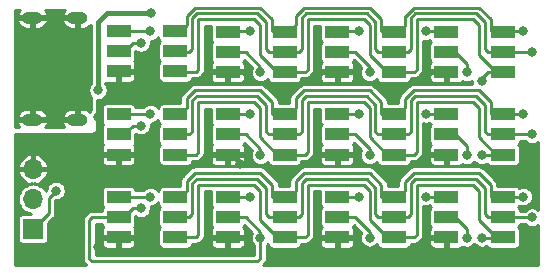
<source format=gbr>
%TF.GenerationSoftware,KiCad,Pcbnew,5.1.9+dfsg1-1*%
%TF.CreationDate,2021-02-22T03:20:05+02:00*%
%TF.ProjectId,LED_Backlight,4c45445f-4261-4636-9b6c-696768742e6b,rev?*%
%TF.SameCoordinates,Original*%
%TF.FileFunction,Copper,L2,Bot*%
%TF.FilePolarity,Positive*%
%FSLAX46Y46*%
G04 Gerber Fmt 4.6, Leading zero omitted, Abs format (unit mm)*
G04 Created by KiCad (PCBNEW 5.1.9+dfsg1-1) date 2021-02-22 03:20:05*
%MOMM*%
%LPD*%
G01*
G04 APERTURE LIST*
%TA.AperFunction,ComponentPad*%
%ADD10O,1.800000X1.000000*%
%TD*%
%TA.AperFunction,ComponentPad*%
%ADD11O,1.700000X1.700000*%
%TD*%
%TA.AperFunction,ComponentPad*%
%ADD12R,1.700000X1.700000*%
%TD*%
%TA.AperFunction,SMDPad,CuDef*%
%ADD13R,2.000000X1.100000*%
%TD*%
%TA.AperFunction,ViaPad*%
%ADD14C,0.800000*%
%TD*%
%TA.AperFunction,Conductor*%
%ADD15C,0.250000*%
%TD*%
%TA.AperFunction,Conductor*%
%ADD16C,0.400000*%
%TD*%
%TA.AperFunction,Conductor*%
%ADD17C,0.254000*%
%TD*%
%TA.AperFunction,Conductor*%
%ADD18C,0.100000*%
%TD*%
G04 APERTURE END LIST*
D10*
%TO.P,P1,S1*%
%TO.N,Net-(C1-Pad1)*%
X16950000Y-25250000D03*
X20750000Y-25250000D03*
X20750000Y-16610000D03*
X16950000Y-16610000D03*
%TD*%
D11*
%TO.P,J1,3*%
%TO.N,GND*%
X17000000Y-29420000D03*
%TO.P,J1,2*%
%TO.N,KLVN*%
X17000000Y-31960000D03*
D12*
%TO.P,J1,1*%
%TO.N,+3V3*%
X17000000Y-34500000D03*
%TD*%
D13*
%TO.P,D12,6*%
%TO.N,R_PR*%
X56800000Y-35200000D03*
%TO.P,D12,5*%
%TO.N,G_PR*%
X56800000Y-33500000D03*
%TO.P,D12,4*%
%TO.N,B_PR*%
X56800000Y-31800000D03*
%TO.P,D12,3*%
%TO.N,B*%
X52000000Y-31800000D03*
%TO.P,D12,2*%
%TO.N,G*%
X52000000Y-33500000D03*
%TO.P,D12,1*%
%TO.N,GND*%
X52000000Y-35200000D03*
%TD*%
%TO.P,D11,6*%
%TO.N,R_PR*%
X56800000Y-28200000D03*
%TO.P,D11,5*%
%TO.N,G_PR*%
X56800000Y-26500000D03*
%TO.P,D11,4*%
%TO.N,B_PR*%
X56800000Y-24800000D03*
%TO.P,D11,3*%
%TO.N,B*%
X52000000Y-24800000D03*
%TO.P,D11,2*%
%TO.N,G*%
X52000000Y-26500000D03*
%TO.P,D11,1*%
%TO.N,GND*%
X52000000Y-28200000D03*
%TD*%
%TO.P,D10,6*%
%TO.N,R_PR*%
X56800000Y-21200000D03*
%TO.P,D10,5*%
%TO.N,G_PR*%
X56800000Y-19500000D03*
%TO.P,D10,4*%
%TO.N,B_PR*%
X56800000Y-17800000D03*
%TO.P,D10,3*%
%TO.N,B*%
X52000000Y-17800000D03*
%TO.P,D10,2*%
%TO.N,G*%
X52000000Y-19500000D03*
%TO.P,D10,1*%
%TO.N,GND*%
X52000000Y-21200000D03*
%TD*%
%TO.P,D9,6*%
%TO.N,R_PR*%
X47550000Y-35200000D03*
%TO.P,D9,5*%
%TO.N,G_PR*%
X47550000Y-33500000D03*
%TO.P,D9,4*%
%TO.N,B_PR*%
X47550000Y-31800000D03*
%TO.P,D9,3*%
%TO.N,B*%
X42750000Y-31800000D03*
%TO.P,D9,2*%
%TO.N,G*%
X42750000Y-33500000D03*
%TO.P,D9,1*%
%TO.N,GND*%
X42750000Y-35200000D03*
%TD*%
%TO.P,D8,6*%
%TO.N,R_PR*%
X47550000Y-28200000D03*
%TO.P,D8,5*%
%TO.N,G_PR*%
X47550000Y-26500000D03*
%TO.P,D8,4*%
%TO.N,B_PR*%
X47550000Y-24800000D03*
%TO.P,D8,3*%
%TO.N,B*%
X42750000Y-24800000D03*
%TO.P,D8,2*%
%TO.N,G*%
X42750000Y-26500000D03*
%TO.P,D8,1*%
%TO.N,GND*%
X42750000Y-28200000D03*
%TD*%
%TO.P,D7,6*%
%TO.N,R_PR*%
X47550000Y-21200000D03*
%TO.P,D7,5*%
%TO.N,G_PR*%
X47550000Y-19500000D03*
%TO.P,D7,4*%
%TO.N,B_PR*%
X47550000Y-17800000D03*
%TO.P,D7,3*%
%TO.N,B*%
X42750000Y-17800000D03*
%TO.P,D7,2*%
%TO.N,G*%
X42750000Y-19500000D03*
%TO.P,D7,1*%
%TO.N,GND*%
X42750000Y-21200000D03*
%TD*%
%TO.P,D6,6*%
%TO.N,R_PR*%
X38300000Y-35200000D03*
%TO.P,D6,5*%
%TO.N,G_PR*%
X38300000Y-33500000D03*
%TO.P,D6,4*%
%TO.N,B_PR*%
X38300000Y-31800000D03*
%TO.P,D6,3*%
%TO.N,B*%
X33500000Y-31800000D03*
%TO.P,D6,2*%
%TO.N,G*%
X33500000Y-33500000D03*
%TO.P,D6,1*%
%TO.N,GND*%
X33500000Y-35200000D03*
%TD*%
%TO.P,D5,6*%
%TO.N,R_PR*%
X38300000Y-28200000D03*
%TO.P,D5,5*%
%TO.N,G_PR*%
X38300000Y-26500000D03*
%TO.P,D5,4*%
%TO.N,B_PR*%
X38300000Y-24800000D03*
%TO.P,D5,3*%
%TO.N,B*%
X33500000Y-24800000D03*
%TO.P,D5,2*%
%TO.N,G*%
X33500000Y-26500000D03*
%TO.P,D5,1*%
%TO.N,GND*%
X33500000Y-28200000D03*
%TD*%
%TO.P,D4,6*%
%TO.N,R_PR*%
X38300000Y-21200000D03*
%TO.P,D4,5*%
%TO.N,G_PR*%
X38300000Y-19500000D03*
%TO.P,D4,4*%
%TO.N,B_PR*%
X38300000Y-17800000D03*
%TO.P,D4,3*%
%TO.N,B*%
X33500000Y-17800000D03*
%TO.P,D4,2*%
%TO.N,G*%
X33500000Y-19500000D03*
%TO.P,D4,1*%
%TO.N,GND*%
X33500000Y-21200000D03*
%TD*%
%TO.P,D3,6*%
%TO.N,R_PR*%
X29050000Y-35200000D03*
%TO.P,D3,5*%
%TO.N,G_PR*%
X29050000Y-33500000D03*
%TO.P,D3,4*%
%TO.N,B_PR*%
X29050000Y-31800000D03*
%TO.P,D3,3*%
%TO.N,B*%
X24250000Y-31800000D03*
%TO.P,D3,2*%
%TO.N,G*%
X24250000Y-33500000D03*
%TO.P,D3,1*%
%TO.N,GND*%
X24250000Y-35200000D03*
%TD*%
%TO.P,D2,6*%
%TO.N,R_PR*%
X29050000Y-28200000D03*
%TO.P,D2,5*%
%TO.N,G_PR*%
X29050000Y-26500000D03*
%TO.P,D2,4*%
%TO.N,B_PR*%
X29050000Y-24800000D03*
%TO.P,D2,3*%
%TO.N,B*%
X24250000Y-24800000D03*
%TO.P,D2,2*%
%TO.N,G*%
X24250000Y-26500000D03*
%TO.P,D2,1*%
%TO.N,GND*%
X24250000Y-28200000D03*
%TD*%
%TO.P,D1,6*%
%TO.N,R_PR*%
X29050000Y-21150000D03*
%TO.P,D1,5*%
%TO.N,G_PR*%
X29050000Y-19450000D03*
%TO.P,D1,4*%
%TO.N,B_PR*%
X29050000Y-17750000D03*
%TO.P,D1,3*%
%TO.N,B*%
X24250000Y-17750000D03*
%TO.P,D1,2*%
%TO.N,G*%
X24250000Y-19450000D03*
%TO.P,D1,1*%
%TO.N,GND*%
X24250000Y-21150000D03*
%TD*%
D14*
%TO.N,GND*%
X34500000Y-29000000D03*
X28250000Y-22750000D03*
X22500000Y-36000000D03*
X17500000Y-27250000D03*
X40250000Y-36500000D03*
X22500000Y-25000000D03*
X20250000Y-36000000D03*
X57000000Y-30000000D03*
%TO.N,+5V*%
X27000000Y-16250000D03*
X22500000Y-22750000D03*
%TO.N,+3V3*%
X18950000Y-31250000D03*
%TO.N,R_PR*%
X55000000Y-22000000D03*
X55000000Y-28250000D03*
X55000000Y-35250000D03*
%TO.N,G_PR*%
X59250000Y-19500000D03*
X59250000Y-26500000D03*
X59250000Y-33500000D03*
%TO.N,B_PR*%
X58500000Y-17750000D03*
X58500000Y-24750000D03*
X58500000Y-31750000D03*
%TO.N,B*%
X26950000Y-17750000D03*
X26950000Y-24750000D03*
X26950000Y-31750000D03*
X35350000Y-31750000D03*
X44600000Y-31750000D03*
X50250000Y-31750000D03*
X50250000Y-24750000D03*
X44600000Y-24750000D03*
X35350000Y-24750000D03*
X35350000Y-17750000D03*
X44600000Y-17750000D03*
X50250000Y-17750000D03*
%TO.N,G*%
X26150000Y-18750000D03*
X26150000Y-32750000D03*
X26150000Y-25750000D03*
X36250000Y-35250000D03*
X36250000Y-28250000D03*
X36250000Y-21250000D03*
X45500000Y-28250000D03*
X45500000Y-21250000D03*
X45500000Y-35250000D03*
X53750000Y-28250000D03*
X53750000Y-35250000D03*
X53750000Y-21250000D03*
%TD*%
D15*
%TO.N,GND*%
X33700000Y-28200000D02*
X34500000Y-29000000D01*
X33500000Y-28200000D02*
X33700000Y-28200000D01*
D16*
%TO.N,+5V*%
X22500000Y-22750000D02*
X22500000Y-17000000D01*
X23250000Y-16250000D02*
X27000000Y-16250000D01*
X22500000Y-17000000D02*
X23250000Y-16250000D01*
D15*
%TO.N,+3V3*%
X18350000Y-33150000D02*
X17000000Y-34500000D01*
X18350000Y-31850000D02*
X18350000Y-33150000D01*
X18950000Y-31250000D02*
X18350000Y-31850000D01*
%TO.N,R_PR*%
X29050000Y-28200000D02*
X30800000Y-28200000D01*
X30800000Y-28200000D02*
X31000000Y-28000000D01*
X31000000Y-28000000D02*
X31000000Y-23750000D01*
X31000000Y-23750000D02*
X35750000Y-23750000D01*
X35750000Y-23750000D02*
X36250000Y-24250000D01*
X36250000Y-24250000D02*
X36250000Y-26750000D01*
X37700000Y-28200000D02*
X38300000Y-28200000D01*
X36250000Y-26750000D02*
X37700000Y-28200000D01*
X29050000Y-35200000D02*
X30800000Y-35200000D01*
X31000000Y-35000000D02*
X31000000Y-30750000D01*
X35750000Y-30750000D02*
X36250000Y-31250000D01*
X37700000Y-35200000D02*
X38300000Y-35200000D01*
X36250000Y-33750000D02*
X37700000Y-35200000D01*
X36250000Y-31250000D02*
X36250000Y-33750000D01*
X30800000Y-35200000D02*
X31000000Y-35000000D01*
X31000000Y-30750000D02*
X35750000Y-30750000D01*
X35750000Y-16750000D02*
X36250000Y-17250000D01*
X29050000Y-21200000D02*
X30800000Y-21200000D01*
X31000000Y-21000000D02*
X31000000Y-16750000D01*
X37700000Y-21200000D02*
X38300000Y-21200000D01*
X30800000Y-21200000D02*
X31000000Y-21000000D01*
X36250000Y-19750000D02*
X37700000Y-21200000D01*
X31000000Y-16750000D02*
X35750000Y-16750000D01*
X36250000Y-17250000D02*
X36250000Y-19750000D01*
X40250000Y-21000000D02*
X40250000Y-16750000D01*
X40250000Y-16750000D02*
X45000000Y-16750000D01*
X45500000Y-19750000D02*
X46950000Y-21200000D01*
X40050000Y-21200000D02*
X40250000Y-21000000D01*
X45000000Y-16750000D02*
X45500000Y-17250000D01*
X46950000Y-21200000D02*
X47550000Y-21200000D01*
X38300000Y-21200000D02*
X40050000Y-21200000D01*
X45500000Y-17250000D02*
X45500000Y-19750000D01*
X56200000Y-21200000D02*
X56800000Y-21200000D01*
X54750000Y-17250000D02*
X54750000Y-19750000D01*
X54750000Y-19750000D02*
X56200000Y-21200000D01*
X47550000Y-21200000D02*
X49300000Y-21200000D01*
X54250000Y-16750000D02*
X54750000Y-17250000D01*
X49300000Y-21200000D02*
X49500000Y-21000000D01*
X49500000Y-21000000D02*
X49500000Y-16750000D01*
X49500000Y-16750000D02*
X54250000Y-16750000D01*
X54750000Y-26750000D02*
X56200000Y-28200000D01*
X56200000Y-28200000D02*
X56800000Y-28200000D01*
X54250000Y-23750000D02*
X54750000Y-24250000D01*
X54750000Y-24250000D02*
X54750000Y-26750000D01*
X49500000Y-23750000D02*
X54250000Y-23750000D01*
X49300000Y-28200000D02*
X49500000Y-28000000D01*
X49500000Y-28000000D02*
X49500000Y-23750000D01*
X47550000Y-28200000D02*
X49300000Y-28200000D01*
X54750000Y-33750000D02*
X56200000Y-35200000D01*
X54250000Y-30750000D02*
X54750000Y-31250000D01*
X56200000Y-35200000D02*
X56800000Y-35200000D01*
X54750000Y-31250000D02*
X54750000Y-33750000D01*
X47550000Y-35200000D02*
X49300000Y-35200000D01*
X49500000Y-30750000D02*
X54250000Y-30750000D01*
X49300000Y-35200000D02*
X49500000Y-35000000D01*
X49500000Y-35000000D02*
X49500000Y-30750000D01*
X40250000Y-30750000D02*
X45000000Y-30750000D01*
X38300000Y-35200000D02*
X40050000Y-35200000D01*
X40250000Y-35000000D02*
X40250000Y-30750000D01*
X45500000Y-31250000D02*
X45500000Y-33750000D01*
X40050000Y-35200000D02*
X40250000Y-35000000D01*
X45000000Y-30750000D02*
X45500000Y-31250000D01*
X46950000Y-35200000D02*
X47550000Y-35200000D01*
X45500000Y-33750000D02*
X46950000Y-35200000D01*
X38300000Y-28200000D02*
X40050000Y-28200000D01*
X45500000Y-24250000D02*
X45500000Y-26750000D01*
X46950000Y-28200000D02*
X47550000Y-28200000D01*
X40250000Y-23750000D02*
X45000000Y-23750000D01*
X45500000Y-26750000D02*
X46950000Y-28200000D01*
X45000000Y-23750000D02*
X45500000Y-24250000D01*
X40250000Y-28000000D02*
X40250000Y-23750000D01*
X40050000Y-28200000D02*
X40250000Y-28000000D01*
X55000000Y-28250000D02*
X56500000Y-28250000D01*
X55000000Y-35250000D02*
X56750000Y-35250000D01*
X56800000Y-21200000D02*
X55550000Y-21200000D01*
X55000000Y-21750000D02*
X55000000Y-22000000D01*
X55550000Y-21200000D02*
X55000000Y-21750000D01*
%TO.N,G_PR*%
X29050000Y-26500000D02*
X30250000Y-26500000D01*
X30250000Y-26500000D02*
X30500000Y-26250000D01*
X30500000Y-23613590D02*
X30863590Y-23250000D01*
X30500000Y-26250000D02*
X30500000Y-23613590D01*
X30863590Y-23250000D02*
X36000000Y-23250000D01*
X36000000Y-23250000D02*
X36750000Y-24000000D01*
X36750000Y-24000000D02*
X36750000Y-26250000D01*
X37000000Y-26500000D02*
X38300000Y-26500000D01*
X36750000Y-26250000D02*
X37000000Y-26500000D01*
X29050000Y-33500000D02*
X30250000Y-33500000D01*
X36750000Y-33250000D02*
X37000000Y-33500000D01*
X30250000Y-33500000D02*
X30500000Y-33250000D01*
X30500000Y-33250000D02*
X30500000Y-30613590D01*
X36000000Y-30250000D02*
X36750000Y-31000000D01*
X37000000Y-33500000D02*
X38300000Y-33500000D01*
X30863590Y-30250000D02*
X36000000Y-30250000D01*
X30500000Y-30613590D02*
X30863590Y-30250000D01*
X36750000Y-31000000D02*
X36750000Y-33250000D01*
X36750000Y-17000000D02*
X36750000Y-19250000D01*
X30863590Y-16250000D02*
X36000000Y-16250000D01*
X36750000Y-19250000D02*
X37000000Y-19500000D01*
X37000000Y-19500000D02*
X38300000Y-19500000D01*
X36000000Y-16250000D02*
X36750000Y-17000000D01*
X30500000Y-19250000D02*
X30500000Y-16613590D01*
X30500000Y-16613590D02*
X30863590Y-16250000D01*
X29050000Y-19500000D02*
X30250000Y-19500000D01*
X30250000Y-19500000D02*
X30500000Y-19250000D01*
X46000000Y-19250000D02*
X46250000Y-19500000D01*
X39750000Y-19250000D02*
X39750000Y-16613590D01*
X40113590Y-16250000D02*
X45250000Y-16250000D01*
X45250000Y-16250000D02*
X46000000Y-17000000D01*
X46250000Y-19500000D02*
X47550000Y-19500000D01*
X38300000Y-19500000D02*
X39500000Y-19500000D01*
X39500000Y-19500000D02*
X39750000Y-19250000D01*
X39750000Y-16613590D02*
X40113590Y-16250000D01*
X46000000Y-17000000D02*
X46000000Y-19250000D01*
X49363590Y-16250000D02*
X54500000Y-16250000D01*
X54500000Y-16250000D02*
X55250000Y-17000000D01*
X47550000Y-19500000D02*
X48750000Y-19500000D01*
X55500000Y-19500000D02*
X56800000Y-19500000D01*
X55250000Y-17000000D02*
X55250000Y-19250000D01*
X49000000Y-19250000D02*
X49000000Y-16613590D01*
X48750000Y-19500000D02*
X49000000Y-19250000D01*
X49000000Y-16613590D02*
X49363590Y-16250000D01*
X54500000Y-23250000D02*
X55250000Y-24000000D01*
X49363590Y-23250000D02*
X54500000Y-23250000D01*
X55250000Y-24000000D02*
X55250000Y-26250000D01*
X55250000Y-26250000D02*
X55500000Y-26500000D01*
X48750000Y-26500000D02*
X49000000Y-26250000D01*
X47550000Y-26500000D02*
X48750000Y-26500000D01*
X55500000Y-26500000D02*
X56800000Y-26500000D01*
X49000000Y-26250000D02*
X49000000Y-23613590D01*
X49000000Y-23613590D02*
X49363590Y-23250000D01*
X54500000Y-30250000D02*
X55250000Y-31000000D01*
X49000000Y-30613590D02*
X49363590Y-30250000D01*
X55250000Y-33250000D02*
X55500000Y-33500000D01*
X49363590Y-30250000D02*
X54500000Y-30250000D01*
X48750000Y-33500000D02*
X49000000Y-33250000D01*
X47550000Y-33500000D02*
X48750000Y-33500000D01*
X49000000Y-33250000D02*
X49000000Y-30613590D01*
X55500000Y-33500000D02*
X56800000Y-33500000D01*
X55250000Y-31000000D02*
X55250000Y-33250000D01*
X45250000Y-30250000D02*
X46000000Y-31000000D01*
X46250000Y-33500000D02*
X47550000Y-33500000D01*
X39750000Y-33250000D02*
X39750000Y-30613590D01*
X46000000Y-31000000D02*
X46000000Y-33250000D01*
X46000000Y-33250000D02*
X46250000Y-33500000D01*
X39500000Y-33500000D02*
X39750000Y-33250000D01*
X39750000Y-30613590D02*
X40113590Y-30250000D01*
X38300000Y-33500000D02*
X39500000Y-33500000D01*
X40113590Y-30250000D02*
X45250000Y-30250000D01*
X46000000Y-26250000D02*
X46250000Y-26500000D01*
X46250000Y-26500000D02*
X47550000Y-26500000D01*
X39500000Y-26500000D02*
X39750000Y-26250000D01*
X45250000Y-23250000D02*
X46000000Y-24000000D01*
X40113590Y-23250000D02*
X45250000Y-23250000D01*
X38300000Y-26500000D02*
X39500000Y-26500000D01*
X39750000Y-26250000D02*
X39750000Y-23613590D01*
X46000000Y-24000000D02*
X46000000Y-26250000D01*
X39750000Y-23613590D02*
X40113590Y-23250000D01*
X59250000Y-26500000D02*
X56750000Y-26500000D01*
X59250000Y-33500000D02*
X56750000Y-33500000D01*
X59250000Y-19500000D02*
X56750000Y-19500000D01*
X55250000Y-19250000D02*
X55500000Y-19500000D01*
%TO.N,B_PR*%
X29050000Y-24800000D02*
X29450000Y-24800000D01*
X29450000Y-24800000D02*
X30000000Y-24250000D01*
X30000000Y-24250000D02*
X30000000Y-23500000D01*
X30049991Y-23427189D02*
X30727180Y-22750000D01*
X30049990Y-23450010D02*
X30049991Y-23427189D01*
X30000000Y-23500000D02*
X30049990Y-23450010D01*
X30727180Y-22750000D02*
X36250000Y-22750000D01*
X36250000Y-22750000D02*
X37250000Y-23750000D01*
X37250000Y-23750000D02*
X37250000Y-24750000D01*
X38250000Y-24750000D02*
X38300000Y-24800000D01*
X37250000Y-24750000D02*
X38250000Y-24750000D01*
X30049991Y-30427189D02*
X30727180Y-29750000D01*
X30049990Y-30450010D02*
X30049991Y-30427189D01*
X37250000Y-31750000D02*
X38250000Y-31750000D01*
X30727180Y-29750000D02*
X36250000Y-29750000D01*
X29050000Y-31800000D02*
X29450000Y-31800000D01*
X38250000Y-31750000D02*
X38300000Y-31800000D01*
X37250000Y-30750000D02*
X37250000Y-31750000D01*
X30000000Y-30500000D02*
X30049990Y-30450010D01*
X29450000Y-31800000D02*
X30000000Y-31250000D01*
X30000000Y-31250000D02*
X30000000Y-30500000D01*
X36250000Y-29750000D02*
X37250000Y-30750000D01*
X30727180Y-15750000D02*
X36250000Y-15750000D01*
X30049991Y-16427189D02*
X30727180Y-15750000D01*
X29050000Y-17800000D02*
X29450000Y-17800000D01*
X36250000Y-15750000D02*
X37250000Y-16750000D01*
X37250000Y-16750000D02*
X37250000Y-17750000D01*
X30049990Y-16450010D02*
X30049991Y-16427189D01*
X30000000Y-17250000D02*
X30000000Y-16500000D01*
X38250000Y-17750000D02*
X38300000Y-17800000D01*
X29450000Y-17800000D02*
X30000000Y-17250000D01*
X30000000Y-16500000D02*
X30049990Y-16450010D01*
X37250000Y-17750000D02*
X38250000Y-17750000D01*
X39299991Y-16427189D02*
X39977180Y-15750000D01*
X38300000Y-17800000D02*
X38700000Y-17800000D01*
X46500000Y-16750000D02*
X46500000Y-17750000D01*
X47500000Y-17750000D02*
X47550000Y-17800000D01*
X46500000Y-17750000D02*
X47500000Y-17750000D01*
X38700000Y-17800000D02*
X39250000Y-17250000D01*
X39250000Y-16500000D02*
X39299990Y-16450010D01*
X39977180Y-15750000D02*
X45500000Y-15750000D01*
X39299990Y-16450010D02*
X39299991Y-16427189D01*
X45500000Y-15750000D02*
X46500000Y-16750000D01*
X39250000Y-17250000D02*
X39250000Y-16500000D01*
X48549990Y-16450010D02*
X48549991Y-16427189D01*
X48549991Y-16427189D02*
X49227180Y-15750000D01*
X56750000Y-17750000D02*
X56800000Y-17800000D01*
X48500000Y-17250000D02*
X48500000Y-16500000D01*
X49227180Y-15750000D02*
X54750000Y-15750000D01*
X54750000Y-15750000D02*
X55750000Y-16750000D01*
X47950000Y-17800000D02*
X48500000Y-17250000D01*
X55750000Y-16750000D02*
X55750000Y-17750000D01*
X48500000Y-16500000D02*
X48549990Y-16450010D01*
X47550000Y-17800000D02*
X47950000Y-17800000D01*
X55750000Y-17750000D02*
X56750000Y-17750000D01*
X48549990Y-23450010D02*
X48549991Y-23427189D01*
X48500000Y-24250000D02*
X48500000Y-23500000D01*
X55750000Y-24750000D02*
X56750000Y-24750000D01*
X47950000Y-24800000D02*
X48500000Y-24250000D01*
X54750000Y-22750000D02*
X55750000Y-23750000D01*
X56750000Y-24750000D02*
X56800000Y-24800000D01*
X48549991Y-23427189D02*
X49227180Y-22750000D01*
X49227180Y-22750000D02*
X54750000Y-22750000D01*
X55750000Y-23750000D02*
X55750000Y-24750000D01*
X48500000Y-23500000D02*
X48549990Y-23450010D01*
X47550000Y-24800000D02*
X47950000Y-24800000D01*
X55750000Y-31750000D02*
X56750000Y-31750000D01*
X47950000Y-31800000D02*
X48500000Y-31250000D01*
X54750000Y-29750000D02*
X55750000Y-30750000D01*
X47550000Y-31800000D02*
X47950000Y-31800000D01*
X48549990Y-30450010D02*
X48549991Y-30427189D01*
X48500000Y-31250000D02*
X48500000Y-30500000D01*
X55750000Y-30750000D02*
X55750000Y-31750000D01*
X48500000Y-30500000D02*
X48549990Y-30450010D01*
X49227180Y-29750000D02*
X54750000Y-29750000D01*
X56750000Y-31750000D02*
X56800000Y-31800000D01*
X48549991Y-30427189D02*
X49227180Y-29750000D01*
X38300000Y-31800000D02*
X38700000Y-31800000D01*
X39250000Y-30500000D02*
X39299990Y-30450010D01*
X46500000Y-30750000D02*
X46500000Y-31750000D01*
X39299990Y-30450010D02*
X39299991Y-30427189D01*
X39977180Y-29750000D02*
X45500000Y-29750000D01*
X45500000Y-29750000D02*
X46500000Y-30750000D01*
X46500000Y-31750000D02*
X47500000Y-31750000D01*
X38700000Y-31800000D02*
X39250000Y-31250000D01*
X39250000Y-31250000D02*
X39250000Y-30500000D01*
X47500000Y-31750000D02*
X47550000Y-31800000D01*
X39299991Y-30427189D02*
X39977180Y-29750000D01*
X39250000Y-23500000D02*
X39299990Y-23450010D01*
X46500000Y-23750000D02*
X46500000Y-24750000D01*
X39977180Y-22750000D02*
X45500000Y-22750000D01*
X47500000Y-24750000D02*
X47550000Y-24800000D01*
X39299991Y-23427189D02*
X39977180Y-22750000D01*
X38300000Y-24800000D02*
X38700000Y-24800000D01*
X39250000Y-24250000D02*
X39250000Y-23500000D01*
X46500000Y-24750000D02*
X47500000Y-24750000D01*
X38700000Y-24800000D02*
X39250000Y-24250000D01*
X39299990Y-23450010D02*
X39299991Y-23427189D01*
X45500000Y-22750000D02*
X46500000Y-23750000D01*
X58500000Y-17750000D02*
X56750000Y-17750000D01*
X58500000Y-24750000D02*
X56750000Y-24750000D01*
X58500000Y-31750000D02*
X56750000Y-31750000D01*
%TO.N,B*%
X26950000Y-17750000D02*
X24250000Y-17750000D01*
X24300000Y-24750000D02*
X24250000Y-24800000D01*
X26950000Y-24750000D02*
X24300000Y-24750000D01*
X24300000Y-31750000D02*
X24250000Y-31800000D01*
X26950000Y-31750000D02*
X24300000Y-31750000D01*
X33550000Y-31750000D02*
X33500000Y-31800000D01*
X35350000Y-31750000D02*
X33550000Y-31750000D01*
X33550000Y-24750000D02*
X33500000Y-24800000D01*
X35350000Y-24750000D02*
X33550000Y-24750000D01*
X33550000Y-17750000D02*
X33500000Y-17800000D01*
X35350000Y-17750000D02*
X33550000Y-17750000D01*
X51950000Y-31750000D02*
X52000000Y-31800000D01*
X50250000Y-31750000D02*
X51950000Y-31750000D01*
X51950000Y-24750000D02*
X52000000Y-24800000D01*
X50250000Y-24750000D02*
X51950000Y-24750000D01*
X51950000Y-17750000D02*
X52000000Y-17800000D01*
X50250000Y-17750000D02*
X51950000Y-17750000D01*
X42800000Y-17750000D02*
X42750000Y-17800000D01*
X44600000Y-17750000D02*
X42800000Y-17750000D01*
X42800000Y-24750000D02*
X42750000Y-24800000D01*
X44600000Y-24750000D02*
X42800000Y-24750000D01*
X42800000Y-31750000D02*
X42750000Y-31800000D01*
X44600000Y-31750000D02*
X42800000Y-31750000D01*
%TO.N,G*%
X24750000Y-33500000D02*
X24250000Y-33500000D01*
X25500000Y-32750000D02*
X24750000Y-33500000D01*
X24750000Y-26500000D02*
X24250000Y-26500000D01*
X25500000Y-25750000D02*
X24750000Y-26500000D01*
X24800000Y-19450000D02*
X24250000Y-19450000D01*
X25500000Y-18750000D02*
X24800000Y-19450000D01*
X25520002Y-18750000D02*
X26150000Y-18750000D01*
X25500000Y-18750000D02*
X25520002Y-18750000D01*
X26150000Y-25750000D02*
X25500000Y-25750000D01*
X26150000Y-32750000D02*
X25500000Y-32750000D01*
X33500000Y-33500000D02*
X35000000Y-33500000D01*
X35000000Y-33500000D02*
X36250000Y-34750000D01*
X36250000Y-34750000D02*
X36250000Y-35250000D01*
X33500000Y-26500000D02*
X35000000Y-26500000D01*
X36250000Y-27750000D02*
X36250000Y-28250000D01*
X35000000Y-26500000D02*
X36250000Y-27750000D01*
X33500000Y-19500000D02*
X35000000Y-19500000D01*
X36250000Y-20750000D02*
X36250000Y-21250000D01*
X35000000Y-19500000D02*
X36250000Y-20750000D01*
X42750000Y-33500000D02*
X44250000Y-33500000D01*
X45500000Y-34750000D02*
X45500000Y-35250000D01*
X44250000Y-33500000D02*
X45500000Y-34750000D01*
X42750000Y-26500000D02*
X44250000Y-26500000D01*
X45500000Y-27750000D02*
X45500000Y-28250000D01*
X44250000Y-26500000D02*
X45500000Y-27750000D01*
X42750000Y-19500000D02*
X44250000Y-19500000D01*
X45500000Y-20750000D02*
X45500000Y-21250000D01*
X44250000Y-19500000D02*
X45500000Y-20750000D01*
X52000000Y-19500000D02*
X52750000Y-19500000D01*
X53750000Y-20500000D02*
X53750000Y-21250000D01*
X52750000Y-19500000D02*
X53750000Y-20500000D01*
X52000000Y-26500000D02*
X52750000Y-26500000D01*
X53750000Y-27500000D02*
X53750000Y-28250000D01*
X52750000Y-26500000D02*
X53750000Y-27500000D01*
X52000000Y-33500000D02*
X52750000Y-33500000D01*
X53750000Y-34500000D02*
X53750000Y-35250000D01*
X52750000Y-33500000D02*
X53750000Y-34500000D01*
X24250000Y-33500000D02*
X22000000Y-33500000D01*
X22000000Y-33500000D02*
X21750000Y-33750000D01*
X21750000Y-33750000D02*
X21750000Y-37000000D01*
X21750000Y-37000000D02*
X22000000Y-37250000D01*
X22000000Y-37250000D02*
X36000000Y-37250000D01*
X36250000Y-37000000D02*
X36250000Y-35250000D01*
X36000000Y-37250000D02*
X36250000Y-37000000D01*
%TD*%
D17*
%TO.N,GND*%
X32070934Y-18350000D02*
X32079178Y-18433707D01*
X32103595Y-18514196D01*
X32143245Y-18588376D01*
X32193819Y-18650000D01*
X32143245Y-18711624D01*
X32103595Y-18785804D01*
X32079178Y-18866293D01*
X32070934Y-18950000D01*
X32070934Y-20050000D01*
X32079178Y-20133707D01*
X32103595Y-20214196D01*
X32143245Y-20288376D01*
X32193819Y-20350000D01*
X32143245Y-20411624D01*
X32103595Y-20485804D01*
X32079178Y-20566293D01*
X32070934Y-20650000D01*
X32073000Y-20970250D01*
X32179750Y-21077000D01*
X33377000Y-21077000D01*
X33377000Y-21057000D01*
X33623000Y-21057000D01*
X33623000Y-21077000D01*
X34820250Y-21077000D01*
X34927000Y-20970250D01*
X34929066Y-20650000D01*
X34920822Y-20566293D01*
X34896405Y-20485804D01*
X34856755Y-20411624D01*
X34806181Y-20350000D01*
X34856755Y-20288376D01*
X34896405Y-20214196D01*
X34905051Y-20185695D01*
X35541356Y-20822001D01*
X35517123Y-20858269D01*
X35454782Y-21008773D01*
X35423000Y-21168548D01*
X35423000Y-21331452D01*
X35454782Y-21491227D01*
X35517123Y-21641731D01*
X35607628Y-21777181D01*
X35722819Y-21892372D01*
X35858269Y-21982877D01*
X36008773Y-22045218D01*
X36168548Y-22077000D01*
X36331452Y-22077000D01*
X36491227Y-22045218D01*
X36641731Y-21982877D01*
X36777181Y-21892372D01*
X36875293Y-21794260D01*
X36879178Y-21833707D01*
X36903595Y-21914196D01*
X36943245Y-21988376D01*
X36996605Y-22053395D01*
X37061624Y-22106755D01*
X37135804Y-22146405D01*
X37216293Y-22170822D01*
X37300000Y-22179066D01*
X39300000Y-22179066D01*
X39383707Y-22170822D01*
X39464196Y-22146405D01*
X39538376Y-22106755D01*
X39603395Y-22053395D01*
X39656755Y-21988376D01*
X39696405Y-21914196D01*
X39720822Y-21833707D01*
X39728869Y-21752000D01*
X40022894Y-21752000D01*
X40050000Y-21754670D01*
X40077106Y-21752000D01*
X40077109Y-21752000D01*
X40097414Y-21750000D01*
X41320934Y-21750000D01*
X41329178Y-21833707D01*
X41353595Y-21914196D01*
X41393245Y-21988376D01*
X41446605Y-22053395D01*
X41511624Y-22106755D01*
X41585804Y-22146405D01*
X41666293Y-22170822D01*
X41750000Y-22179066D01*
X42520250Y-22177000D01*
X42627000Y-22070250D01*
X42627000Y-21323000D01*
X42873000Y-21323000D01*
X42873000Y-22070250D01*
X42979750Y-22177000D01*
X43750000Y-22179066D01*
X43833707Y-22170822D01*
X43914196Y-22146405D01*
X43988376Y-22106755D01*
X44053395Y-22053395D01*
X44106755Y-21988376D01*
X44146405Y-21914196D01*
X44170822Y-21833707D01*
X44179066Y-21750000D01*
X44177000Y-21429750D01*
X44070250Y-21323000D01*
X42873000Y-21323000D01*
X42627000Y-21323000D01*
X41429750Y-21323000D01*
X41323000Y-21429750D01*
X41320934Y-21750000D01*
X40097414Y-21750000D01*
X40158211Y-21744012D01*
X40262263Y-21712448D01*
X40358158Y-21661191D01*
X40442211Y-21592211D01*
X40459500Y-21571144D01*
X40621148Y-21409497D01*
X40642211Y-21392211D01*
X40711191Y-21308158D01*
X40762448Y-21212263D01*
X40794012Y-21108211D01*
X40802000Y-21027109D01*
X40802000Y-21027108D01*
X40804670Y-21000000D01*
X40802000Y-20972892D01*
X40802000Y-17302000D01*
X41320934Y-17302000D01*
X41320934Y-18350000D01*
X41329178Y-18433707D01*
X41353595Y-18514196D01*
X41393245Y-18588376D01*
X41443819Y-18650000D01*
X41393245Y-18711624D01*
X41353595Y-18785804D01*
X41329178Y-18866293D01*
X41320934Y-18950000D01*
X41320934Y-20050000D01*
X41329178Y-20133707D01*
X41353595Y-20214196D01*
X41393245Y-20288376D01*
X41443819Y-20350000D01*
X41393245Y-20411624D01*
X41353595Y-20485804D01*
X41329178Y-20566293D01*
X41320934Y-20650000D01*
X41323000Y-20970250D01*
X41429750Y-21077000D01*
X42627000Y-21077000D01*
X42627000Y-21057000D01*
X42873000Y-21057000D01*
X42873000Y-21077000D01*
X44070250Y-21077000D01*
X44177000Y-20970250D01*
X44179066Y-20650000D01*
X44170822Y-20566293D01*
X44146405Y-20485804D01*
X44106755Y-20411624D01*
X44056181Y-20350000D01*
X44106755Y-20288376D01*
X44146405Y-20214196D01*
X44155051Y-20185695D01*
X44791356Y-20822001D01*
X44767123Y-20858269D01*
X44704782Y-21008773D01*
X44673000Y-21168548D01*
X44673000Y-21331452D01*
X44704782Y-21491227D01*
X44767123Y-21641731D01*
X44857628Y-21777181D01*
X44972819Y-21892372D01*
X45108269Y-21982877D01*
X45258773Y-22045218D01*
X45418548Y-22077000D01*
X45581452Y-22077000D01*
X45741227Y-22045218D01*
X45891731Y-21982877D01*
X46027181Y-21892372D01*
X46125293Y-21794260D01*
X46129178Y-21833707D01*
X46153595Y-21914196D01*
X46193245Y-21988376D01*
X46246605Y-22053395D01*
X46311624Y-22106755D01*
X46385804Y-22146405D01*
X46466293Y-22170822D01*
X46550000Y-22179066D01*
X48550000Y-22179066D01*
X48633707Y-22170822D01*
X48714196Y-22146405D01*
X48788376Y-22106755D01*
X48853395Y-22053395D01*
X48906755Y-21988376D01*
X48946405Y-21914196D01*
X48970822Y-21833707D01*
X48978869Y-21752000D01*
X49272894Y-21752000D01*
X49300000Y-21754670D01*
X49327106Y-21752000D01*
X49327109Y-21752000D01*
X49347414Y-21750000D01*
X50570934Y-21750000D01*
X50579178Y-21833707D01*
X50603595Y-21914196D01*
X50643245Y-21988376D01*
X50696605Y-22053395D01*
X50761624Y-22106755D01*
X50835804Y-22146405D01*
X50916293Y-22170822D01*
X51000000Y-22179066D01*
X51770250Y-22177000D01*
X51877000Y-22070250D01*
X51877000Y-21323000D01*
X50679750Y-21323000D01*
X50573000Y-21429750D01*
X50570934Y-21750000D01*
X49347414Y-21750000D01*
X49408211Y-21744012D01*
X49512263Y-21712448D01*
X49608158Y-21661191D01*
X49692211Y-21592211D01*
X49709500Y-21571144D01*
X49871148Y-21409497D01*
X49892211Y-21392211D01*
X49961191Y-21308158D01*
X50012448Y-21212263D01*
X50044012Y-21108211D01*
X50052000Y-21027109D01*
X50052000Y-21027108D01*
X50054670Y-21000000D01*
X50052000Y-20972892D01*
X50052000Y-18553817D01*
X50168548Y-18577000D01*
X50331452Y-18577000D01*
X50491227Y-18545218D01*
X50599412Y-18500406D01*
X50603595Y-18514196D01*
X50643245Y-18588376D01*
X50693819Y-18650000D01*
X50643245Y-18711624D01*
X50603595Y-18785804D01*
X50579178Y-18866293D01*
X50570934Y-18950000D01*
X50570934Y-20050000D01*
X50579178Y-20133707D01*
X50603595Y-20214196D01*
X50643245Y-20288376D01*
X50693819Y-20350000D01*
X50643245Y-20411624D01*
X50603595Y-20485804D01*
X50579178Y-20566293D01*
X50570934Y-20650000D01*
X50573000Y-20970250D01*
X50679750Y-21077000D01*
X51877000Y-21077000D01*
X51877000Y-21057000D01*
X52123000Y-21057000D01*
X52123000Y-21077000D01*
X52143000Y-21077000D01*
X52143000Y-21323000D01*
X52123000Y-21323000D01*
X52123000Y-22070250D01*
X52229750Y-22177000D01*
X53000000Y-22179066D01*
X53083707Y-22170822D01*
X53164196Y-22146405D01*
X53238376Y-22106755D01*
X53303395Y-22053395D01*
X53356755Y-21988376D01*
X53359436Y-21983360D01*
X53508773Y-22045218D01*
X53668548Y-22077000D01*
X53831452Y-22077000D01*
X53991227Y-22045218D01*
X54141731Y-21982877D01*
X54173000Y-21961984D01*
X54173000Y-22081452D01*
X54196183Y-22198000D01*
X49254286Y-22198000D01*
X49227180Y-22195330D01*
X49200074Y-22198000D01*
X49200071Y-22198000D01*
X49118969Y-22205988D01*
X49014917Y-22237552D01*
X48919022Y-22288809D01*
X48834969Y-22357789D01*
X48817684Y-22378851D01*
X48178851Y-23017685D01*
X48157798Y-23034961D01*
X48140504Y-23056032D01*
X48140500Y-23056036D01*
X48131271Y-23067282D01*
X48088814Y-23119011D01*
X48088808Y-23119022D01*
X48088800Y-23119032D01*
X48070563Y-23153151D01*
X48038809Y-23191843D01*
X47987552Y-23287738D01*
X47976558Y-23323982D01*
X47955988Y-23391789D01*
X47950715Y-23445330D01*
X47945330Y-23500000D01*
X47948000Y-23527106D01*
X47948000Y-23820934D01*
X47052000Y-23820934D01*
X47052000Y-23777108D01*
X47054670Y-23750000D01*
X47049286Y-23695331D01*
X47044012Y-23641789D01*
X47012448Y-23537737D01*
X46961191Y-23441842D01*
X46927942Y-23401328D01*
X46909492Y-23378846D01*
X46909491Y-23378845D01*
X46892211Y-23357789D01*
X46871154Y-23340508D01*
X45909500Y-22378856D01*
X45892211Y-22357789D01*
X45808158Y-22288809D01*
X45712263Y-22237552D01*
X45608211Y-22205988D01*
X45527109Y-22198000D01*
X45527106Y-22198000D01*
X45500000Y-22195330D01*
X45472894Y-22198000D01*
X40004286Y-22198000D01*
X39977180Y-22195330D01*
X39950074Y-22198000D01*
X39950071Y-22198000D01*
X39868969Y-22205988D01*
X39764917Y-22237552D01*
X39669022Y-22288809D01*
X39584969Y-22357789D01*
X39567684Y-22378851D01*
X38928851Y-23017685D01*
X38907798Y-23034961D01*
X38890504Y-23056032D01*
X38890500Y-23056036D01*
X38881271Y-23067282D01*
X38838814Y-23119011D01*
X38838808Y-23119022D01*
X38838800Y-23119032D01*
X38820563Y-23153151D01*
X38788809Y-23191843D01*
X38737552Y-23287738D01*
X38726558Y-23323982D01*
X38705988Y-23391789D01*
X38700715Y-23445330D01*
X38695330Y-23500000D01*
X38698000Y-23527106D01*
X38698000Y-23820934D01*
X37802000Y-23820934D01*
X37802000Y-23777108D01*
X37804670Y-23750000D01*
X37799286Y-23695331D01*
X37794012Y-23641789D01*
X37762448Y-23537737D01*
X37711191Y-23441842D01*
X37677942Y-23401328D01*
X37659492Y-23378846D01*
X37659491Y-23378845D01*
X37642211Y-23357789D01*
X37621154Y-23340508D01*
X36659500Y-22378856D01*
X36642211Y-22357789D01*
X36558158Y-22288809D01*
X36462263Y-22237552D01*
X36358211Y-22205988D01*
X36277109Y-22198000D01*
X36277106Y-22198000D01*
X36250000Y-22195330D01*
X36222894Y-22198000D01*
X30754286Y-22198000D01*
X30727180Y-22195330D01*
X30700074Y-22198000D01*
X30700071Y-22198000D01*
X30618969Y-22205988D01*
X30514917Y-22237552D01*
X30419022Y-22288809D01*
X30334969Y-22357789D01*
X30317684Y-22378851D01*
X29678851Y-23017685D01*
X29657798Y-23034961D01*
X29640504Y-23056032D01*
X29640500Y-23056036D01*
X29631271Y-23067282D01*
X29588814Y-23119011D01*
X29588808Y-23119022D01*
X29588800Y-23119032D01*
X29570563Y-23153151D01*
X29538809Y-23191843D01*
X29487552Y-23287738D01*
X29476558Y-23323982D01*
X29455988Y-23391789D01*
X29450715Y-23445330D01*
X29445330Y-23500000D01*
X29448000Y-23527106D01*
X29448000Y-23820934D01*
X28050000Y-23820934D01*
X27966293Y-23829178D01*
X27885804Y-23853595D01*
X27811624Y-23893245D01*
X27746605Y-23946605D01*
X27693245Y-24011624D01*
X27653595Y-24085804D01*
X27629178Y-24166293D01*
X27620934Y-24250000D01*
X27620934Y-24265565D01*
X27592372Y-24222819D01*
X27477181Y-24107628D01*
X27341731Y-24017123D01*
X27191227Y-23954782D01*
X27031452Y-23923000D01*
X26868548Y-23923000D01*
X26708773Y-23954782D01*
X26558269Y-24017123D01*
X26422819Y-24107628D01*
X26332447Y-24198000D01*
X25673945Y-24198000D01*
X25670822Y-24166293D01*
X25646405Y-24085804D01*
X25606755Y-24011624D01*
X25553395Y-23946605D01*
X25488376Y-23893245D01*
X25414196Y-23853595D01*
X25333707Y-23829178D01*
X25250000Y-23820934D01*
X23250000Y-23820934D01*
X23166293Y-23829178D01*
X23085804Y-23853595D01*
X23011624Y-23893245D01*
X22946605Y-23946605D01*
X22893245Y-24011624D01*
X22853595Y-24085804D01*
X22829178Y-24166293D01*
X22820934Y-24250000D01*
X22820934Y-25350000D01*
X22829178Y-25433707D01*
X22853595Y-25514196D01*
X22893245Y-25588376D01*
X22943819Y-25650000D01*
X22893245Y-25711624D01*
X22853595Y-25785804D01*
X22829178Y-25866293D01*
X22820934Y-25950000D01*
X22820934Y-27050000D01*
X22829178Y-27133707D01*
X22853595Y-27214196D01*
X22893245Y-27288376D01*
X22943819Y-27350000D01*
X22893245Y-27411624D01*
X22853595Y-27485804D01*
X22829178Y-27566293D01*
X22820934Y-27650000D01*
X22823000Y-27970250D01*
X22929750Y-28077000D01*
X24127000Y-28077000D01*
X24127000Y-28057000D01*
X24373000Y-28057000D01*
X24373000Y-28077000D01*
X25570250Y-28077000D01*
X25677000Y-27970250D01*
X25679066Y-27650000D01*
X25670822Y-27566293D01*
X25646405Y-27485804D01*
X25606755Y-27411624D01*
X25556181Y-27350000D01*
X25606755Y-27288376D01*
X25646405Y-27214196D01*
X25670822Y-27133707D01*
X25679066Y-27050000D01*
X25679066Y-26429955D01*
X25758269Y-26482877D01*
X25908773Y-26545218D01*
X26068548Y-26577000D01*
X26231452Y-26577000D01*
X26391227Y-26545218D01*
X26541731Y-26482877D01*
X26677181Y-26392372D01*
X26792372Y-26277181D01*
X26882877Y-26141731D01*
X26945218Y-25991227D01*
X26977000Y-25831452D01*
X26977000Y-25668548D01*
X26958790Y-25577000D01*
X27031452Y-25577000D01*
X27191227Y-25545218D01*
X27341731Y-25482877D01*
X27477181Y-25392372D01*
X27592372Y-25277181D01*
X27620934Y-25234435D01*
X27620934Y-25350000D01*
X27629178Y-25433707D01*
X27653595Y-25514196D01*
X27693245Y-25588376D01*
X27743819Y-25650000D01*
X27693245Y-25711624D01*
X27653595Y-25785804D01*
X27629178Y-25866293D01*
X27620934Y-25950000D01*
X27620934Y-27050000D01*
X27629178Y-27133707D01*
X27653595Y-27214196D01*
X27693245Y-27288376D01*
X27743819Y-27350000D01*
X27693245Y-27411624D01*
X27653595Y-27485804D01*
X27629178Y-27566293D01*
X27620934Y-27650000D01*
X27620934Y-28750000D01*
X27629178Y-28833707D01*
X27653595Y-28914196D01*
X27693245Y-28988376D01*
X27746605Y-29053395D01*
X27811624Y-29106755D01*
X27885804Y-29146405D01*
X27966293Y-29170822D01*
X28050000Y-29179066D01*
X30050000Y-29179066D01*
X30133707Y-29170822D01*
X30214196Y-29146405D01*
X30288376Y-29106755D01*
X30353395Y-29053395D01*
X30406755Y-28988376D01*
X30446405Y-28914196D01*
X30470822Y-28833707D01*
X30478869Y-28752000D01*
X30772894Y-28752000D01*
X30800000Y-28754670D01*
X30827106Y-28752000D01*
X30827109Y-28752000D01*
X30847414Y-28750000D01*
X32070934Y-28750000D01*
X32079178Y-28833707D01*
X32103595Y-28914196D01*
X32143245Y-28988376D01*
X32196605Y-29053395D01*
X32261624Y-29106755D01*
X32335804Y-29146405D01*
X32416293Y-29170822D01*
X32500000Y-29179066D01*
X33270250Y-29177000D01*
X33377000Y-29070250D01*
X33377000Y-28323000D01*
X33623000Y-28323000D01*
X33623000Y-29070250D01*
X33729750Y-29177000D01*
X34500000Y-29179066D01*
X34583707Y-29170822D01*
X34664196Y-29146405D01*
X34738376Y-29106755D01*
X34803395Y-29053395D01*
X34856755Y-28988376D01*
X34896405Y-28914196D01*
X34920822Y-28833707D01*
X34929066Y-28750000D01*
X34927000Y-28429750D01*
X34820250Y-28323000D01*
X33623000Y-28323000D01*
X33377000Y-28323000D01*
X32179750Y-28323000D01*
X32073000Y-28429750D01*
X32070934Y-28750000D01*
X30847414Y-28750000D01*
X30908211Y-28744012D01*
X31012263Y-28712448D01*
X31108158Y-28661191D01*
X31192211Y-28592211D01*
X31209500Y-28571144D01*
X31371148Y-28409497D01*
X31392211Y-28392211D01*
X31461191Y-28308158D01*
X31512448Y-28212263D01*
X31544012Y-28108211D01*
X31552000Y-28027109D01*
X31552000Y-28027108D01*
X31554670Y-28000000D01*
X31552000Y-27972892D01*
X31552000Y-24302000D01*
X32070934Y-24302000D01*
X32070934Y-25350000D01*
X32079178Y-25433707D01*
X32103595Y-25514196D01*
X32143245Y-25588376D01*
X32193819Y-25650000D01*
X32143245Y-25711624D01*
X32103595Y-25785804D01*
X32079178Y-25866293D01*
X32070934Y-25950000D01*
X32070934Y-27050000D01*
X32079178Y-27133707D01*
X32103595Y-27214196D01*
X32143245Y-27288376D01*
X32193819Y-27350000D01*
X32143245Y-27411624D01*
X32103595Y-27485804D01*
X32079178Y-27566293D01*
X32070934Y-27650000D01*
X32073000Y-27970250D01*
X32179750Y-28077000D01*
X33377000Y-28077000D01*
X33377000Y-28057000D01*
X33623000Y-28057000D01*
X33623000Y-28077000D01*
X34820250Y-28077000D01*
X34927000Y-27970250D01*
X34929066Y-27650000D01*
X34920822Y-27566293D01*
X34896405Y-27485804D01*
X34856755Y-27411624D01*
X34806181Y-27350000D01*
X34856755Y-27288376D01*
X34896405Y-27214196D01*
X34905051Y-27185695D01*
X35541356Y-27822001D01*
X35517123Y-27858269D01*
X35454782Y-28008773D01*
X35423000Y-28168548D01*
X35423000Y-28331452D01*
X35454782Y-28491227D01*
X35517123Y-28641731D01*
X35607628Y-28777181D01*
X35722819Y-28892372D01*
X35858269Y-28982877D01*
X36008773Y-29045218D01*
X36168548Y-29077000D01*
X36331452Y-29077000D01*
X36491227Y-29045218D01*
X36641731Y-28982877D01*
X36777181Y-28892372D01*
X36875293Y-28794260D01*
X36879178Y-28833707D01*
X36903595Y-28914196D01*
X36943245Y-28988376D01*
X36996605Y-29053395D01*
X37061624Y-29106755D01*
X37135804Y-29146405D01*
X37216293Y-29170822D01*
X37300000Y-29179066D01*
X39300000Y-29179066D01*
X39383707Y-29170822D01*
X39464196Y-29146405D01*
X39538376Y-29106755D01*
X39603395Y-29053395D01*
X39656755Y-28988376D01*
X39696405Y-28914196D01*
X39720822Y-28833707D01*
X39728869Y-28752000D01*
X40022894Y-28752000D01*
X40050000Y-28754670D01*
X40077106Y-28752000D01*
X40077109Y-28752000D01*
X40097414Y-28750000D01*
X41320934Y-28750000D01*
X41329178Y-28833707D01*
X41353595Y-28914196D01*
X41393245Y-28988376D01*
X41446605Y-29053395D01*
X41511624Y-29106755D01*
X41585804Y-29146405D01*
X41666293Y-29170822D01*
X41750000Y-29179066D01*
X42520250Y-29177000D01*
X42627000Y-29070250D01*
X42627000Y-28323000D01*
X42873000Y-28323000D01*
X42873000Y-29070250D01*
X42979750Y-29177000D01*
X43750000Y-29179066D01*
X43833707Y-29170822D01*
X43914196Y-29146405D01*
X43988376Y-29106755D01*
X44053395Y-29053395D01*
X44106755Y-28988376D01*
X44146405Y-28914196D01*
X44170822Y-28833707D01*
X44179066Y-28750000D01*
X44177000Y-28429750D01*
X44070250Y-28323000D01*
X42873000Y-28323000D01*
X42627000Y-28323000D01*
X41429750Y-28323000D01*
X41323000Y-28429750D01*
X41320934Y-28750000D01*
X40097414Y-28750000D01*
X40158211Y-28744012D01*
X40262263Y-28712448D01*
X40358158Y-28661191D01*
X40442211Y-28592211D01*
X40459500Y-28571144D01*
X40621148Y-28409497D01*
X40642211Y-28392211D01*
X40711191Y-28308158D01*
X40762448Y-28212263D01*
X40794012Y-28108211D01*
X40802000Y-28027109D01*
X40802000Y-28027108D01*
X40804670Y-28000000D01*
X40802000Y-27972892D01*
X40802000Y-24302000D01*
X41320934Y-24302000D01*
X41320934Y-25350000D01*
X41329178Y-25433707D01*
X41353595Y-25514196D01*
X41393245Y-25588376D01*
X41443819Y-25650000D01*
X41393245Y-25711624D01*
X41353595Y-25785804D01*
X41329178Y-25866293D01*
X41320934Y-25950000D01*
X41320934Y-27050000D01*
X41329178Y-27133707D01*
X41353595Y-27214196D01*
X41393245Y-27288376D01*
X41443819Y-27350000D01*
X41393245Y-27411624D01*
X41353595Y-27485804D01*
X41329178Y-27566293D01*
X41320934Y-27650000D01*
X41323000Y-27970250D01*
X41429750Y-28077000D01*
X42627000Y-28077000D01*
X42627000Y-28057000D01*
X42873000Y-28057000D01*
X42873000Y-28077000D01*
X44070250Y-28077000D01*
X44177000Y-27970250D01*
X44179066Y-27650000D01*
X44170822Y-27566293D01*
X44146405Y-27485804D01*
X44106755Y-27411624D01*
X44056181Y-27350000D01*
X44106755Y-27288376D01*
X44146405Y-27214196D01*
X44155051Y-27185695D01*
X44791356Y-27822001D01*
X44767123Y-27858269D01*
X44704782Y-28008773D01*
X44673000Y-28168548D01*
X44673000Y-28331452D01*
X44704782Y-28491227D01*
X44767123Y-28641731D01*
X44857628Y-28777181D01*
X44972819Y-28892372D01*
X45108269Y-28982877D01*
X45258773Y-29045218D01*
X45418548Y-29077000D01*
X45581452Y-29077000D01*
X45741227Y-29045218D01*
X45891731Y-28982877D01*
X46027181Y-28892372D01*
X46125293Y-28794260D01*
X46129178Y-28833707D01*
X46153595Y-28914196D01*
X46193245Y-28988376D01*
X46246605Y-29053395D01*
X46311624Y-29106755D01*
X46385804Y-29146405D01*
X46466293Y-29170822D01*
X46550000Y-29179066D01*
X48550000Y-29179066D01*
X48633707Y-29170822D01*
X48714196Y-29146405D01*
X48788376Y-29106755D01*
X48853395Y-29053395D01*
X48906755Y-28988376D01*
X48946405Y-28914196D01*
X48970822Y-28833707D01*
X48978869Y-28752000D01*
X49272894Y-28752000D01*
X49300000Y-28754670D01*
X49327106Y-28752000D01*
X49327109Y-28752000D01*
X49347414Y-28750000D01*
X50570934Y-28750000D01*
X50579178Y-28833707D01*
X50603595Y-28914196D01*
X50643245Y-28988376D01*
X50696605Y-29053395D01*
X50761624Y-29106755D01*
X50835804Y-29146405D01*
X50916293Y-29170822D01*
X51000000Y-29179066D01*
X51770250Y-29177000D01*
X51877000Y-29070250D01*
X51877000Y-28323000D01*
X50679750Y-28323000D01*
X50573000Y-28429750D01*
X50570934Y-28750000D01*
X49347414Y-28750000D01*
X49408211Y-28744012D01*
X49512263Y-28712448D01*
X49608158Y-28661191D01*
X49692211Y-28592211D01*
X49709500Y-28571144D01*
X49871148Y-28409497D01*
X49892211Y-28392211D01*
X49961191Y-28308158D01*
X50012448Y-28212263D01*
X50044012Y-28108211D01*
X50052000Y-28027109D01*
X50052000Y-28027108D01*
X50054670Y-28000000D01*
X50052000Y-27972892D01*
X50052000Y-25553817D01*
X50168548Y-25577000D01*
X50331452Y-25577000D01*
X50491227Y-25545218D01*
X50599412Y-25500406D01*
X50603595Y-25514196D01*
X50643245Y-25588376D01*
X50693819Y-25650000D01*
X50643245Y-25711624D01*
X50603595Y-25785804D01*
X50579178Y-25866293D01*
X50570934Y-25950000D01*
X50570934Y-27050000D01*
X50579178Y-27133707D01*
X50603595Y-27214196D01*
X50643245Y-27288376D01*
X50693819Y-27350000D01*
X50643245Y-27411624D01*
X50603595Y-27485804D01*
X50579178Y-27566293D01*
X50570934Y-27650000D01*
X50573000Y-27970250D01*
X50679750Y-28077000D01*
X51877000Y-28077000D01*
X51877000Y-28057000D01*
X52123000Y-28057000D01*
X52123000Y-28077000D01*
X52143000Y-28077000D01*
X52143000Y-28323000D01*
X52123000Y-28323000D01*
X52123000Y-29070250D01*
X52229750Y-29177000D01*
X53000000Y-29179066D01*
X53083707Y-29170822D01*
X53164196Y-29146405D01*
X53238376Y-29106755D01*
X53303395Y-29053395D01*
X53356755Y-28988376D01*
X53359436Y-28983360D01*
X53508773Y-29045218D01*
X53668548Y-29077000D01*
X53831452Y-29077000D01*
X53991227Y-29045218D01*
X54141731Y-28982877D01*
X54277181Y-28892372D01*
X54375000Y-28794553D01*
X54472819Y-28892372D01*
X54608269Y-28982877D01*
X54758773Y-29045218D01*
X54918548Y-29077000D01*
X55081452Y-29077000D01*
X55241227Y-29045218D01*
X55391731Y-28982877D01*
X55427523Y-28958962D01*
X55443245Y-28988376D01*
X55496605Y-29053395D01*
X55561624Y-29106755D01*
X55635804Y-29146405D01*
X55716293Y-29170822D01*
X55800000Y-29179066D01*
X57800000Y-29179066D01*
X57883707Y-29170822D01*
X57964196Y-29146405D01*
X58038376Y-29106755D01*
X58103395Y-29053395D01*
X58156755Y-28988376D01*
X58196405Y-28914196D01*
X58220822Y-28833707D01*
X58229066Y-28750000D01*
X58229066Y-27650000D01*
X58220822Y-27566293D01*
X58196405Y-27485804D01*
X58156755Y-27411624D01*
X58106181Y-27350000D01*
X58156755Y-27288376D01*
X58196405Y-27214196D01*
X58220822Y-27133707D01*
X58228869Y-27052000D01*
X58632447Y-27052000D01*
X58722819Y-27142372D01*
X58858269Y-27232877D01*
X59008773Y-27295218D01*
X59168548Y-27327000D01*
X59331452Y-27327000D01*
X59491227Y-27295218D01*
X59641731Y-27232877D01*
X59777181Y-27142372D01*
X59798000Y-27121553D01*
X59798000Y-32878447D01*
X59777181Y-32857628D01*
X59641731Y-32767123D01*
X59491227Y-32704782D01*
X59331452Y-32673000D01*
X59168548Y-32673000D01*
X59008773Y-32704782D01*
X58858269Y-32767123D01*
X58722819Y-32857628D01*
X58632447Y-32948000D01*
X58228869Y-32948000D01*
X58220822Y-32866293D01*
X58196405Y-32785804D01*
X58156755Y-32711624D01*
X58106181Y-32650000D01*
X58156755Y-32588376D01*
X58194135Y-32518444D01*
X58258773Y-32545218D01*
X58418548Y-32577000D01*
X58581452Y-32577000D01*
X58741227Y-32545218D01*
X58891731Y-32482877D01*
X59027181Y-32392372D01*
X59142372Y-32277181D01*
X59232877Y-32141731D01*
X59295218Y-31991227D01*
X59327000Y-31831452D01*
X59327000Y-31668548D01*
X59295218Y-31508773D01*
X59232877Y-31358269D01*
X59142372Y-31222819D01*
X59027181Y-31107628D01*
X58891731Y-31017123D01*
X58741227Y-30954782D01*
X58581452Y-30923000D01*
X58418548Y-30923000D01*
X58258773Y-30954782D01*
X58147822Y-31000739D01*
X58103395Y-30946605D01*
X58038376Y-30893245D01*
X57964196Y-30853595D01*
X57883707Y-30829178D01*
X57800000Y-30820934D01*
X56302000Y-30820934D01*
X56302000Y-30777108D01*
X56304670Y-30750000D01*
X56299286Y-30695331D01*
X56294012Y-30641789D01*
X56262448Y-30537737D01*
X56211191Y-30441842D01*
X56177942Y-30401328D01*
X56159492Y-30378846D01*
X56159491Y-30378845D01*
X56142211Y-30357789D01*
X56121154Y-30340508D01*
X55159500Y-29378856D01*
X55142211Y-29357789D01*
X55058158Y-29288809D01*
X54962263Y-29237552D01*
X54858211Y-29205988D01*
X54777109Y-29198000D01*
X54777106Y-29198000D01*
X54750000Y-29195330D01*
X54722894Y-29198000D01*
X49254286Y-29198000D01*
X49227180Y-29195330D01*
X49200074Y-29198000D01*
X49200071Y-29198000D01*
X49118969Y-29205988D01*
X49014917Y-29237552D01*
X48919022Y-29288809D01*
X48834969Y-29357789D01*
X48817684Y-29378851D01*
X48178851Y-30017685D01*
X48157798Y-30034961D01*
X48140504Y-30056032D01*
X48140500Y-30056036D01*
X48131271Y-30067282D01*
X48088814Y-30119011D01*
X48088808Y-30119022D01*
X48088800Y-30119032D01*
X48070563Y-30153151D01*
X48038809Y-30191843D01*
X47987552Y-30287738D01*
X47976558Y-30323981D01*
X47955988Y-30391789D01*
X47950715Y-30445330D01*
X47945330Y-30500000D01*
X47948000Y-30527106D01*
X47948000Y-30820934D01*
X47052000Y-30820934D01*
X47052000Y-30777108D01*
X47054670Y-30750000D01*
X47049286Y-30695331D01*
X47044012Y-30641789D01*
X47012448Y-30537737D01*
X46961191Y-30441842D01*
X46927942Y-30401328D01*
X46909492Y-30378846D01*
X46909491Y-30378845D01*
X46892211Y-30357789D01*
X46871154Y-30340508D01*
X45909500Y-29378856D01*
X45892211Y-29357789D01*
X45808158Y-29288809D01*
X45712263Y-29237552D01*
X45608211Y-29205988D01*
X45527109Y-29198000D01*
X45527106Y-29198000D01*
X45500000Y-29195330D01*
X45472894Y-29198000D01*
X40004286Y-29198000D01*
X39977180Y-29195330D01*
X39950074Y-29198000D01*
X39950071Y-29198000D01*
X39868969Y-29205988D01*
X39764917Y-29237552D01*
X39669022Y-29288809D01*
X39584969Y-29357789D01*
X39567684Y-29378851D01*
X38928851Y-30017685D01*
X38907798Y-30034961D01*
X38890504Y-30056032D01*
X38890500Y-30056036D01*
X38881271Y-30067282D01*
X38838814Y-30119011D01*
X38838808Y-30119022D01*
X38838800Y-30119032D01*
X38820563Y-30153151D01*
X38788809Y-30191843D01*
X38737552Y-30287738D01*
X38726558Y-30323981D01*
X38705988Y-30391789D01*
X38700715Y-30445330D01*
X38695330Y-30500000D01*
X38698000Y-30527106D01*
X38698000Y-30820934D01*
X37802000Y-30820934D01*
X37802000Y-30777108D01*
X37804670Y-30750000D01*
X37799286Y-30695331D01*
X37794012Y-30641789D01*
X37762448Y-30537737D01*
X37711191Y-30441842D01*
X37677942Y-30401328D01*
X37659492Y-30378846D01*
X37659491Y-30378845D01*
X37642211Y-30357789D01*
X37621154Y-30340508D01*
X36659500Y-29378856D01*
X36642211Y-29357789D01*
X36558158Y-29288809D01*
X36462263Y-29237552D01*
X36358211Y-29205988D01*
X36277109Y-29198000D01*
X36277106Y-29198000D01*
X36250000Y-29195330D01*
X36222894Y-29198000D01*
X30754286Y-29198000D01*
X30727180Y-29195330D01*
X30700074Y-29198000D01*
X30700071Y-29198000D01*
X30618969Y-29205988D01*
X30514917Y-29237552D01*
X30419022Y-29288809D01*
X30334969Y-29357789D01*
X30317684Y-29378851D01*
X29678851Y-30017685D01*
X29657798Y-30034961D01*
X29640504Y-30056032D01*
X29640500Y-30056036D01*
X29631271Y-30067282D01*
X29588814Y-30119011D01*
X29588808Y-30119022D01*
X29588800Y-30119032D01*
X29570563Y-30153151D01*
X29538809Y-30191843D01*
X29487552Y-30287738D01*
X29476558Y-30323981D01*
X29455988Y-30391789D01*
X29450715Y-30445330D01*
X29445330Y-30500000D01*
X29448000Y-30527106D01*
X29448000Y-30820934D01*
X28050000Y-30820934D01*
X27966293Y-30829178D01*
X27885804Y-30853595D01*
X27811624Y-30893245D01*
X27746605Y-30946605D01*
X27693245Y-31011624D01*
X27653595Y-31085804D01*
X27629178Y-31166293D01*
X27620934Y-31250000D01*
X27620934Y-31265565D01*
X27592372Y-31222819D01*
X27477181Y-31107628D01*
X27341731Y-31017123D01*
X27191227Y-30954782D01*
X27031452Y-30923000D01*
X26868548Y-30923000D01*
X26708773Y-30954782D01*
X26558269Y-31017123D01*
X26422819Y-31107628D01*
X26332447Y-31198000D01*
X25673945Y-31198000D01*
X25670822Y-31166293D01*
X25646405Y-31085804D01*
X25606755Y-31011624D01*
X25553395Y-30946605D01*
X25488376Y-30893245D01*
X25414196Y-30853595D01*
X25333707Y-30829178D01*
X25250000Y-30820934D01*
X23250000Y-30820934D01*
X23166293Y-30829178D01*
X23085804Y-30853595D01*
X23011624Y-30893245D01*
X22946605Y-30946605D01*
X22893245Y-31011624D01*
X22853595Y-31085804D01*
X22829178Y-31166293D01*
X22820934Y-31250000D01*
X22820934Y-32350000D01*
X22829178Y-32433707D01*
X22853595Y-32514196D01*
X22893245Y-32588376D01*
X22943819Y-32650000D01*
X22893245Y-32711624D01*
X22853595Y-32785804D01*
X22829178Y-32866293D01*
X22821131Y-32948000D01*
X22027097Y-32948000D01*
X21999999Y-32945331D01*
X21972901Y-32948000D01*
X21972891Y-32948000D01*
X21891789Y-32955988D01*
X21787737Y-32987552D01*
X21691842Y-33038809D01*
X21607789Y-33107789D01*
X21590503Y-33128852D01*
X21378856Y-33340500D01*
X21357789Y-33357789D01*
X21288809Y-33441842D01*
X21237552Y-33537738D01*
X21205988Y-33641790D01*
X21199047Y-33712262D01*
X21195330Y-33750000D01*
X21198000Y-33777106D01*
X21198001Y-36972884D01*
X21195330Y-37000000D01*
X21205989Y-37108210D01*
X21237552Y-37212262D01*
X21288809Y-37308157D01*
X21288810Y-37308158D01*
X21357790Y-37392211D01*
X21378851Y-37409495D01*
X21517355Y-37548000D01*
X15452000Y-37548000D01*
X15452000Y-33650000D01*
X15720934Y-33650000D01*
X15720934Y-35350000D01*
X15729178Y-35433707D01*
X15753595Y-35514196D01*
X15793245Y-35588376D01*
X15846605Y-35653395D01*
X15911624Y-35706755D01*
X15985804Y-35746405D01*
X16066293Y-35770822D01*
X16150000Y-35779066D01*
X17850000Y-35779066D01*
X17933707Y-35770822D01*
X18014196Y-35746405D01*
X18088376Y-35706755D01*
X18153395Y-35653395D01*
X18206755Y-35588376D01*
X18246405Y-35514196D01*
X18270822Y-35433707D01*
X18279066Y-35350000D01*
X18279066Y-34001579D01*
X18721154Y-33559492D01*
X18742211Y-33542211D01*
X18776852Y-33500001D01*
X18811191Y-33458159D01*
X18846666Y-33391789D01*
X18862448Y-33362263D01*
X18894012Y-33258211D01*
X18902000Y-33177109D01*
X18902000Y-33177099D01*
X18904669Y-33150001D01*
X18902000Y-33122903D01*
X18902000Y-32078645D01*
X18903645Y-32077000D01*
X19031452Y-32077000D01*
X19191227Y-32045218D01*
X19341731Y-31982877D01*
X19477181Y-31892372D01*
X19592372Y-31777181D01*
X19682877Y-31641731D01*
X19745218Y-31491227D01*
X19777000Y-31331452D01*
X19777000Y-31168548D01*
X19745218Y-31008773D01*
X19682877Y-30858269D01*
X19592372Y-30722819D01*
X19477181Y-30607628D01*
X19341731Y-30517123D01*
X19191227Y-30454782D01*
X19031452Y-30423000D01*
X18868548Y-30423000D01*
X18708773Y-30454782D01*
X18558269Y-30517123D01*
X18422819Y-30607628D01*
X18307628Y-30722819D01*
X18217123Y-30858269D01*
X18154782Y-31008773D01*
X18123000Y-31168548D01*
X18123000Y-31296355D01*
X18104658Y-31314698D01*
X17991911Y-31145960D01*
X17814040Y-30968089D01*
X17604886Y-30828337D01*
X17372487Y-30732074D01*
X17125774Y-30683000D01*
X17123002Y-30683000D01*
X17123002Y-30584319D01*
X17320325Y-30656178D01*
X17555336Y-30569933D01*
X17769006Y-30439497D01*
X17953124Y-30269882D01*
X18100614Y-30067606D01*
X18205808Y-29840443D01*
X18236173Y-29740324D01*
X18163768Y-29543000D01*
X17123000Y-29543000D01*
X17123000Y-29563000D01*
X16877000Y-29563000D01*
X16877000Y-29543000D01*
X15836232Y-29543000D01*
X15763827Y-29740324D01*
X15794192Y-29840443D01*
X15899386Y-30067606D01*
X16046876Y-30269882D01*
X16230994Y-30439497D01*
X16444664Y-30569933D01*
X16679675Y-30656178D01*
X16876998Y-30584319D01*
X16876998Y-30683000D01*
X16874226Y-30683000D01*
X16627513Y-30732074D01*
X16395114Y-30828337D01*
X16185960Y-30968089D01*
X16008089Y-31145960D01*
X15868337Y-31355114D01*
X15772074Y-31587513D01*
X15723000Y-31834226D01*
X15723000Y-32085774D01*
X15772074Y-32332487D01*
X15868337Y-32564886D01*
X16008089Y-32774040D01*
X16185960Y-32951911D01*
X16395114Y-33091663D01*
X16627513Y-33187926D01*
X16793456Y-33220934D01*
X16150000Y-33220934D01*
X16066293Y-33229178D01*
X15985804Y-33253595D01*
X15911624Y-33293245D01*
X15846605Y-33346605D01*
X15793245Y-33411624D01*
X15753595Y-33485804D01*
X15729178Y-33566293D01*
X15720934Y-33650000D01*
X15452000Y-33650000D01*
X15452000Y-29099676D01*
X15763827Y-29099676D01*
X15836232Y-29297000D01*
X16877000Y-29297000D01*
X16877000Y-28255682D01*
X17123000Y-28255682D01*
X17123000Y-29297000D01*
X18163768Y-29297000D01*
X18236173Y-29099676D01*
X18205808Y-28999557D01*
X18100614Y-28772394D01*
X18084286Y-28750000D01*
X22820934Y-28750000D01*
X22829178Y-28833707D01*
X22853595Y-28914196D01*
X22893245Y-28988376D01*
X22946605Y-29053395D01*
X23011624Y-29106755D01*
X23085804Y-29146405D01*
X23166293Y-29170822D01*
X23250000Y-29179066D01*
X24020250Y-29177000D01*
X24127000Y-29070250D01*
X24127000Y-28323000D01*
X24373000Y-28323000D01*
X24373000Y-29070250D01*
X24479750Y-29177000D01*
X25250000Y-29179066D01*
X25333707Y-29170822D01*
X25414196Y-29146405D01*
X25488376Y-29106755D01*
X25553395Y-29053395D01*
X25606755Y-28988376D01*
X25646405Y-28914196D01*
X25670822Y-28833707D01*
X25679066Y-28750000D01*
X25677000Y-28429750D01*
X25570250Y-28323000D01*
X24373000Y-28323000D01*
X24127000Y-28323000D01*
X22929750Y-28323000D01*
X22823000Y-28429750D01*
X22820934Y-28750000D01*
X18084286Y-28750000D01*
X17953124Y-28570118D01*
X17769006Y-28400503D01*
X17555336Y-28270067D01*
X17320325Y-28183822D01*
X17123000Y-28255682D01*
X16877000Y-28255682D01*
X16679675Y-28183822D01*
X16444664Y-28270067D01*
X16230994Y-28400503D01*
X16046876Y-28570118D01*
X15899386Y-28772394D01*
X15794192Y-28999557D01*
X15763827Y-29099676D01*
X15452000Y-29099676D01*
X15452000Y-26427000D01*
X22000000Y-26427000D01*
X22083304Y-26418795D01*
X22163406Y-26394497D01*
X22237228Y-26355038D01*
X22301935Y-26301935D01*
X22355038Y-26237228D01*
X22394497Y-26163406D01*
X22418795Y-26083304D01*
X22427000Y-26000000D01*
X22427000Y-23577000D01*
X22581452Y-23577000D01*
X22741227Y-23545218D01*
X22891731Y-23482877D01*
X23027181Y-23392372D01*
X23142372Y-23277181D01*
X23232877Y-23141731D01*
X23295218Y-22991227D01*
X23327000Y-22831452D01*
X23327000Y-22668548D01*
X23295218Y-22508773D01*
X23232877Y-22358269D01*
X23142372Y-22222819D01*
X23127000Y-22207447D01*
X23127000Y-22108902D01*
X23166293Y-22120822D01*
X23250000Y-22129066D01*
X24020250Y-22127000D01*
X24127000Y-22020250D01*
X24127000Y-21273000D01*
X24373000Y-21273000D01*
X24373000Y-22020250D01*
X24479750Y-22127000D01*
X25250000Y-22129066D01*
X25333707Y-22120822D01*
X25414196Y-22096405D01*
X25488376Y-22056755D01*
X25553395Y-22003395D01*
X25606755Y-21938376D01*
X25646405Y-21864196D01*
X25670822Y-21783707D01*
X25679066Y-21700000D01*
X25677000Y-21379750D01*
X25570250Y-21273000D01*
X24373000Y-21273000D01*
X24127000Y-21273000D01*
X24107000Y-21273000D01*
X24107000Y-21027000D01*
X24127000Y-21027000D01*
X24127000Y-21007000D01*
X24373000Y-21007000D01*
X24373000Y-21027000D01*
X25570250Y-21027000D01*
X25677000Y-20920250D01*
X25679066Y-20600000D01*
X25670822Y-20516293D01*
X25646405Y-20435804D01*
X25606755Y-20361624D01*
X25556181Y-20300000D01*
X25606755Y-20238376D01*
X25646405Y-20164196D01*
X25670822Y-20083707D01*
X25679066Y-20000000D01*
X25679066Y-19429955D01*
X25758269Y-19482877D01*
X25908773Y-19545218D01*
X26068548Y-19577000D01*
X26231452Y-19577000D01*
X26391227Y-19545218D01*
X26541731Y-19482877D01*
X26677181Y-19392372D01*
X26792372Y-19277181D01*
X26882877Y-19141731D01*
X26945218Y-18991227D01*
X26977000Y-18831452D01*
X26977000Y-18668548D01*
X26958790Y-18577000D01*
X27031452Y-18577000D01*
X27191227Y-18545218D01*
X27341731Y-18482877D01*
X27477181Y-18392372D01*
X27592372Y-18277181D01*
X27620934Y-18234435D01*
X27620934Y-18300000D01*
X27629178Y-18383707D01*
X27653595Y-18464196D01*
X27693245Y-18538376D01*
X27743819Y-18600000D01*
X27693245Y-18661624D01*
X27653595Y-18735804D01*
X27629178Y-18816293D01*
X27620934Y-18900000D01*
X27620934Y-20000000D01*
X27629178Y-20083707D01*
X27653595Y-20164196D01*
X27693245Y-20238376D01*
X27743819Y-20300000D01*
X27693245Y-20361624D01*
X27653595Y-20435804D01*
X27629178Y-20516293D01*
X27620934Y-20600000D01*
X27620934Y-21700000D01*
X27629178Y-21783707D01*
X27653595Y-21864196D01*
X27693245Y-21938376D01*
X27746605Y-22003395D01*
X27811624Y-22056755D01*
X27885804Y-22096405D01*
X27966293Y-22120822D01*
X28050000Y-22129066D01*
X30050000Y-22129066D01*
X30133707Y-22120822D01*
X30214196Y-22096405D01*
X30288376Y-22056755D01*
X30353395Y-22003395D01*
X30406755Y-21938376D01*
X30446405Y-21864196D01*
X30470822Y-21783707D01*
X30473945Y-21752000D01*
X30772894Y-21752000D01*
X30800000Y-21754670D01*
X30827106Y-21752000D01*
X30827109Y-21752000D01*
X30847414Y-21750000D01*
X32070934Y-21750000D01*
X32079178Y-21833707D01*
X32103595Y-21914196D01*
X32143245Y-21988376D01*
X32196605Y-22053395D01*
X32261624Y-22106755D01*
X32335804Y-22146405D01*
X32416293Y-22170822D01*
X32500000Y-22179066D01*
X33270250Y-22177000D01*
X33377000Y-22070250D01*
X33377000Y-21323000D01*
X33623000Y-21323000D01*
X33623000Y-22070250D01*
X33729750Y-22177000D01*
X34500000Y-22179066D01*
X34583707Y-22170822D01*
X34664196Y-22146405D01*
X34738376Y-22106755D01*
X34803395Y-22053395D01*
X34856755Y-21988376D01*
X34896405Y-21914196D01*
X34920822Y-21833707D01*
X34929066Y-21750000D01*
X34927000Y-21429750D01*
X34820250Y-21323000D01*
X33623000Y-21323000D01*
X33377000Y-21323000D01*
X32179750Y-21323000D01*
X32073000Y-21429750D01*
X32070934Y-21750000D01*
X30847414Y-21750000D01*
X30908211Y-21744012D01*
X31012263Y-21712448D01*
X31108158Y-21661191D01*
X31192211Y-21592211D01*
X31209500Y-21571144D01*
X31371148Y-21409497D01*
X31392211Y-21392211D01*
X31461191Y-21308158D01*
X31512448Y-21212263D01*
X31544012Y-21108211D01*
X31552000Y-21027109D01*
X31552000Y-21027108D01*
X31554670Y-21000000D01*
X31552000Y-20972892D01*
X31552000Y-17302000D01*
X32070934Y-17302000D01*
X32070934Y-18350000D01*
%TA.AperFunction,Conductor*%
D18*
G36*
X32070934Y-18350000D02*
G01*
X32079178Y-18433707D01*
X32103595Y-18514196D01*
X32143245Y-18588376D01*
X32193819Y-18650000D01*
X32143245Y-18711624D01*
X32103595Y-18785804D01*
X32079178Y-18866293D01*
X32070934Y-18950000D01*
X32070934Y-20050000D01*
X32079178Y-20133707D01*
X32103595Y-20214196D01*
X32143245Y-20288376D01*
X32193819Y-20350000D01*
X32143245Y-20411624D01*
X32103595Y-20485804D01*
X32079178Y-20566293D01*
X32070934Y-20650000D01*
X32073000Y-20970250D01*
X32179750Y-21077000D01*
X33377000Y-21077000D01*
X33377000Y-21057000D01*
X33623000Y-21057000D01*
X33623000Y-21077000D01*
X34820250Y-21077000D01*
X34927000Y-20970250D01*
X34929066Y-20650000D01*
X34920822Y-20566293D01*
X34896405Y-20485804D01*
X34856755Y-20411624D01*
X34806181Y-20350000D01*
X34856755Y-20288376D01*
X34896405Y-20214196D01*
X34905051Y-20185695D01*
X35541356Y-20822001D01*
X35517123Y-20858269D01*
X35454782Y-21008773D01*
X35423000Y-21168548D01*
X35423000Y-21331452D01*
X35454782Y-21491227D01*
X35517123Y-21641731D01*
X35607628Y-21777181D01*
X35722819Y-21892372D01*
X35858269Y-21982877D01*
X36008773Y-22045218D01*
X36168548Y-22077000D01*
X36331452Y-22077000D01*
X36491227Y-22045218D01*
X36641731Y-21982877D01*
X36777181Y-21892372D01*
X36875293Y-21794260D01*
X36879178Y-21833707D01*
X36903595Y-21914196D01*
X36943245Y-21988376D01*
X36996605Y-22053395D01*
X37061624Y-22106755D01*
X37135804Y-22146405D01*
X37216293Y-22170822D01*
X37300000Y-22179066D01*
X39300000Y-22179066D01*
X39383707Y-22170822D01*
X39464196Y-22146405D01*
X39538376Y-22106755D01*
X39603395Y-22053395D01*
X39656755Y-21988376D01*
X39696405Y-21914196D01*
X39720822Y-21833707D01*
X39728869Y-21752000D01*
X40022894Y-21752000D01*
X40050000Y-21754670D01*
X40077106Y-21752000D01*
X40077109Y-21752000D01*
X40097414Y-21750000D01*
X41320934Y-21750000D01*
X41329178Y-21833707D01*
X41353595Y-21914196D01*
X41393245Y-21988376D01*
X41446605Y-22053395D01*
X41511624Y-22106755D01*
X41585804Y-22146405D01*
X41666293Y-22170822D01*
X41750000Y-22179066D01*
X42520250Y-22177000D01*
X42627000Y-22070250D01*
X42627000Y-21323000D01*
X42873000Y-21323000D01*
X42873000Y-22070250D01*
X42979750Y-22177000D01*
X43750000Y-22179066D01*
X43833707Y-22170822D01*
X43914196Y-22146405D01*
X43988376Y-22106755D01*
X44053395Y-22053395D01*
X44106755Y-21988376D01*
X44146405Y-21914196D01*
X44170822Y-21833707D01*
X44179066Y-21750000D01*
X44177000Y-21429750D01*
X44070250Y-21323000D01*
X42873000Y-21323000D01*
X42627000Y-21323000D01*
X41429750Y-21323000D01*
X41323000Y-21429750D01*
X41320934Y-21750000D01*
X40097414Y-21750000D01*
X40158211Y-21744012D01*
X40262263Y-21712448D01*
X40358158Y-21661191D01*
X40442211Y-21592211D01*
X40459500Y-21571144D01*
X40621148Y-21409497D01*
X40642211Y-21392211D01*
X40711191Y-21308158D01*
X40762448Y-21212263D01*
X40794012Y-21108211D01*
X40802000Y-21027109D01*
X40802000Y-21027108D01*
X40804670Y-21000000D01*
X40802000Y-20972892D01*
X40802000Y-17302000D01*
X41320934Y-17302000D01*
X41320934Y-18350000D01*
X41329178Y-18433707D01*
X41353595Y-18514196D01*
X41393245Y-18588376D01*
X41443819Y-18650000D01*
X41393245Y-18711624D01*
X41353595Y-18785804D01*
X41329178Y-18866293D01*
X41320934Y-18950000D01*
X41320934Y-20050000D01*
X41329178Y-20133707D01*
X41353595Y-20214196D01*
X41393245Y-20288376D01*
X41443819Y-20350000D01*
X41393245Y-20411624D01*
X41353595Y-20485804D01*
X41329178Y-20566293D01*
X41320934Y-20650000D01*
X41323000Y-20970250D01*
X41429750Y-21077000D01*
X42627000Y-21077000D01*
X42627000Y-21057000D01*
X42873000Y-21057000D01*
X42873000Y-21077000D01*
X44070250Y-21077000D01*
X44177000Y-20970250D01*
X44179066Y-20650000D01*
X44170822Y-20566293D01*
X44146405Y-20485804D01*
X44106755Y-20411624D01*
X44056181Y-20350000D01*
X44106755Y-20288376D01*
X44146405Y-20214196D01*
X44155051Y-20185695D01*
X44791356Y-20822001D01*
X44767123Y-20858269D01*
X44704782Y-21008773D01*
X44673000Y-21168548D01*
X44673000Y-21331452D01*
X44704782Y-21491227D01*
X44767123Y-21641731D01*
X44857628Y-21777181D01*
X44972819Y-21892372D01*
X45108269Y-21982877D01*
X45258773Y-22045218D01*
X45418548Y-22077000D01*
X45581452Y-22077000D01*
X45741227Y-22045218D01*
X45891731Y-21982877D01*
X46027181Y-21892372D01*
X46125293Y-21794260D01*
X46129178Y-21833707D01*
X46153595Y-21914196D01*
X46193245Y-21988376D01*
X46246605Y-22053395D01*
X46311624Y-22106755D01*
X46385804Y-22146405D01*
X46466293Y-22170822D01*
X46550000Y-22179066D01*
X48550000Y-22179066D01*
X48633707Y-22170822D01*
X48714196Y-22146405D01*
X48788376Y-22106755D01*
X48853395Y-22053395D01*
X48906755Y-21988376D01*
X48946405Y-21914196D01*
X48970822Y-21833707D01*
X48978869Y-21752000D01*
X49272894Y-21752000D01*
X49300000Y-21754670D01*
X49327106Y-21752000D01*
X49327109Y-21752000D01*
X49347414Y-21750000D01*
X50570934Y-21750000D01*
X50579178Y-21833707D01*
X50603595Y-21914196D01*
X50643245Y-21988376D01*
X50696605Y-22053395D01*
X50761624Y-22106755D01*
X50835804Y-22146405D01*
X50916293Y-22170822D01*
X51000000Y-22179066D01*
X51770250Y-22177000D01*
X51877000Y-22070250D01*
X51877000Y-21323000D01*
X50679750Y-21323000D01*
X50573000Y-21429750D01*
X50570934Y-21750000D01*
X49347414Y-21750000D01*
X49408211Y-21744012D01*
X49512263Y-21712448D01*
X49608158Y-21661191D01*
X49692211Y-21592211D01*
X49709500Y-21571144D01*
X49871148Y-21409497D01*
X49892211Y-21392211D01*
X49961191Y-21308158D01*
X50012448Y-21212263D01*
X50044012Y-21108211D01*
X50052000Y-21027109D01*
X50052000Y-21027108D01*
X50054670Y-21000000D01*
X50052000Y-20972892D01*
X50052000Y-18553817D01*
X50168548Y-18577000D01*
X50331452Y-18577000D01*
X50491227Y-18545218D01*
X50599412Y-18500406D01*
X50603595Y-18514196D01*
X50643245Y-18588376D01*
X50693819Y-18650000D01*
X50643245Y-18711624D01*
X50603595Y-18785804D01*
X50579178Y-18866293D01*
X50570934Y-18950000D01*
X50570934Y-20050000D01*
X50579178Y-20133707D01*
X50603595Y-20214196D01*
X50643245Y-20288376D01*
X50693819Y-20350000D01*
X50643245Y-20411624D01*
X50603595Y-20485804D01*
X50579178Y-20566293D01*
X50570934Y-20650000D01*
X50573000Y-20970250D01*
X50679750Y-21077000D01*
X51877000Y-21077000D01*
X51877000Y-21057000D01*
X52123000Y-21057000D01*
X52123000Y-21077000D01*
X52143000Y-21077000D01*
X52143000Y-21323000D01*
X52123000Y-21323000D01*
X52123000Y-22070250D01*
X52229750Y-22177000D01*
X53000000Y-22179066D01*
X53083707Y-22170822D01*
X53164196Y-22146405D01*
X53238376Y-22106755D01*
X53303395Y-22053395D01*
X53356755Y-21988376D01*
X53359436Y-21983360D01*
X53508773Y-22045218D01*
X53668548Y-22077000D01*
X53831452Y-22077000D01*
X53991227Y-22045218D01*
X54141731Y-21982877D01*
X54173000Y-21961984D01*
X54173000Y-22081452D01*
X54196183Y-22198000D01*
X49254286Y-22198000D01*
X49227180Y-22195330D01*
X49200074Y-22198000D01*
X49200071Y-22198000D01*
X49118969Y-22205988D01*
X49014917Y-22237552D01*
X48919022Y-22288809D01*
X48834969Y-22357789D01*
X48817684Y-22378851D01*
X48178851Y-23017685D01*
X48157798Y-23034961D01*
X48140504Y-23056032D01*
X48140500Y-23056036D01*
X48131271Y-23067282D01*
X48088814Y-23119011D01*
X48088808Y-23119022D01*
X48088800Y-23119032D01*
X48070563Y-23153151D01*
X48038809Y-23191843D01*
X47987552Y-23287738D01*
X47976558Y-23323982D01*
X47955988Y-23391789D01*
X47950715Y-23445330D01*
X47945330Y-23500000D01*
X47948000Y-23527106D01*
X47948000Y-23820934D01*
X47052000Y-23820934D01*
X47052000Y-23777108D01*
X47054670Y-23750000D01*
X47049286Y-23695331D01*
X47044012Y-23641789D01*
X47012448Y-23537737D01*
X46961191Y-23441842D01*
X46927942Y-23401328D01*
X46909492Y-23378846D01*
X46909491Y-23378845D01*
X46892211Y-23357789D01*
X46871154Y-23340508D01*
X45909500Y-22378856D01*
X45892211Y-22357789D01*
X45808158Y-22288809D01*
X45712263Y-22237552D01*
X45608211Y-22205988D01*
X45527109Y-22198000D01*
X45527106Y-22198000D01*
X45500000Y-22195330D01*
X45472894Y-22198000D01*
X40004286Y-22198000D01*
X39977180Y-22195330D01*
X39950074Y-22198000D01*
X39950071Y-22198000D01*
X39868969Y-22205988D01*
X39764917Y-22237552D01*
X39669022Y-22288809D01*
X39584969Y-22357789D01*
X39567684Y-22378851D01*
X38928851Y-23017685D01*
X38907798Y-23034961D01*
X38890504Y-23056032D01*
X38890500Y-23056036D01*
X38881271Y-23067282D01*
X38838814Y-23119011D01*
X38838808Y-23119022D01*
X38838800Y-23119032D01*
X38820563Y-23153151D01*
X38788809Y-23191843D01*
X38737552Y-23287738D01*
X38726558Y-23323982D01*
X38705988Y-23391789D01*
X38700715Y-23445330D01*
X38695330Y-23500000D01*
X38698000Y-23527106D01*
X38698000Y-23820934D01*
X37802000Y-23820934D01*
X37802000Y-23777108D01*
X37804670Y-23750000D01*
X37799286Y-23695331D01*
X37794012Y-23641789D01*
X37762448Y-23537737D01*
X37711191Y-23441842D01*
X37677942Y-23401328D01*
X37659492Y-23378846D01*
X37659491Y-23378845D01*
X37642211Y-23357789D01*
X37621154Y-23340508D01*
X36659500Y-22378856D01*
X36642211Y-22357789D01*
X36558158Y-22288809D01*
X36462263Y-22237552D01*
X36358211Y-22205988D01*
X36277109Y-22198000D01*
X36277106Y-22198000D01*
X36250000Y-22195330D01*
X36222894Y-22198000D01*
X30754286Y-22198000D01*
X30727180Y-22195330D01*
X30700074Y-22198000D01*
X30700071Y-22198000D01*
X30618969Y-22205988D01*
X30514917Y-22237552D01*
X30419022Y-22288809D01*
X30334969Y-22357789D01*
X30317684Y-22378851D01*
X29678851Y-23017685D01*
X29657798Y-23034961D01*
X29640504Y-23056032D01*
X29640500Y-23056036D01*
X29631271Y-23067282D01*
X29588814Y-23119011D01*
X29588808Y-23119022D01*
X29588800Y-23119032D01*
X29570563Y-23153151D01*
X29538809Y-23191843D01*
X29487552Y-23287738D01*
X29476558Y-23323982D01*
X29455988Y-23391789D01*
X29450715Y-23445330D01*
X29445330Y-23500000D01*
X29448000Y-23527106D01*
X29448000Y-23820934D01*
X28050000Y-23820934D01*
X27966293Y-23829178D01*
X27885804Y-23853595D01*
X27811624Y-23893245D01*
X27746605Y-23946605D01*
X27693245Y-24011624D01*
X27653595Y-24085804D01*
X27629178Y-24166293D01*
X27620934Y-24250000D01*
X27620934Y-24265565D01*
X27592372Y-24222819D01*
X27477181Y-24107628D01*
X27341731Y-24017123D01*
X27191227Y-23954782D01*
X27031452Y-23923000D01*
X26868548Y-23923000D01*
X26708773Y-23954782D01*
X26558269Y-24017123D01*
X26422819Y-24107628D01*
X26332447Y-24198000D01*
X25673945Y-24198000D01*
X25670822Y-24166293D01*
X25646405Y-24085804D01*
X25606755Y-24011624D01*
X25553395Y-23946605D01*
X25488376Y-23893245D01*
X25414196Y-23853595D01*
X25333707Y-23829178D01*
X25250000Y-23820934D01*
X23250000Y-23820934D01*
X23166293Y-23829178D01*
X23085804Y-23853595D01*
X23011624Y-23893245D01*
X22946605Y-23946605D01*
X22893245Y-24011624D01*
X22853595Y-24085804D01*
X22829178Y-24166293D01*
X22820934Y-24250000D01*
X22820934Y-25350000D01*
X22829178Y-25433707D01*
X22853595Y-25514196D01*
X22893245Y-25588376D01*
X22943819Y-25650000D01*
X22893245Y-25711624D01*
X22853595Y-25785804D01*
X22829178Y-25866293D01*
X22820934Y-25950000D01*
X22820934Y-27050000D01*
X22829178Y-27133707D01*
X22853595Y-27214196D01*
X22893245Y-27288376D01*
X22943819Y-27350000D01*
X22893245Y-27411624D01*
X22853595Y-27485804D01*
X22829178Y-27566293D01*
X22820934Y-27650000D01*
X22823000Y-27970250D01*
X22929750Y-28077000D01*
X24127000Y-28077000D01*
X24127000Y-28057000D01*
X24373000Y-28057000D01*
X24373000Y-28077000D01*
X25570250Y-28077000D01*
X25677000Y-27970250D01*
X25679066Y-27650000D01*
X25670822Y-27566293D01*
X25646405Y-27485804D01*
X25606755Y-27411624D01*
X25556181Y-27350000D01*
X25606755Y-27288376D01*
X25646405Y-27214196D01*
X25670822Y-27133707D01*
X25679066Y-27050000D01*
X25679066Y-26429955D01*
X25758269Y-26482877D01*
X25908773Y-26545218D01*
X26068548Y-26577000D01*
X26231452Y-26577000D01*
X26391227Y-26545218D01*
X26541731Y-26482877D01*
X26677181Y-26392372D01*
X26792372Y-26277181D01*
X26882877Y-26141731D01*
X26945218Y-25991227D01*
X26977000Y-25831452D01*
X26977000Y-25668548D01*
X26958790Y-25577000D01*
X27031452Y-25577000D01*
X27191227Y-25545218D01*
X27341731Y-25482877D01*
X27477181Y-25392372D01*
X27592372Y-25277181D01*
X27620934Y-25234435D01*
X27620934Y-25350000D01*
X27629178Y-25433707D01*
X27653595Y-25514196D01*
X27693245Y-25588376D01*
X27743819Y-25650000D01*
X27693245Y-25711624D01*
X27653595Y-25785804D01*
X27629178Y-25866293D01*
X27620934Y-25950000D01*
X27620934Y-27050000D01*
X27629178Y-27133707D01*
X27653595Y-27214196D01*
X27693245Y-27288376D01*
X27743819Y-27350000D01*
X27693245Y-27411624D01*
X27653595Y-27485804D01*
X27629178Y-27566293D01*
X27620934Y-27650000D01*
X27620934Y-28750000D01*
X27629178Y-28833707D01*
X27653595Y-28914196D01*
X27693245Y-28988376D01*
X27746605Y-29053395D01*
X27811624Y-29106755D01*
X27885804Y-29146405D01*
X27966293Y-29170822D01*
X28050000Y-29179066D01*
X30050000Y-29179066D01*
X30133707Y-29170822D01*
X30214196Y-29146405D01*
X30288376Y-29106755D01*
X30353395Y-29053395D01*
X30406755Y-28988376D01*
X30446405Y-28914196D01*
X30470822Y-28833707D01*
X30478869Y-28752000D01*
X30772894Y-28752000D01*
X30800000Y-28754670D01*
X30827106Y-28752000D01*
X30827109Y-28752000D01*
X30847414Y-28750000D01*
X32070934Y-28750000D01*
X32079178Y-28833707D01*
X32103595Y-28914196D01*
X32143245Y-28988376D01*
X32196605Y-29053395D01*
X32261624Y-29106755D01*
X32335804Y-29146405D01*
X32416293Y-29170822D01*
X32500000Y-29179066D01*
X33270250Y-29177000D01*
X33377000Y-29070250D01*
X33377000Y-28323000D01*
X33623000Y-28323000D01*
X33623000Y-29070250D01*
X33729750Y-29177000D01*
X34500000Y-29179066D01*
X34583707Y-29170822D01*
X34664196Y-29146405D01*
X34738376Y-29106755D01*
X34803395Y-29053395D01*
X34856755Y-28988376D01*
X34896405Y-28914196D01*
X34920822Y-28833707D01*
X34929066Y-28750000D01*
X34927000Y-28429750D01*
X34820250Y-28323000D01*
X33623000Y-28323000D01*
X33377000Y-28323000D01*
X32179750Y-28323000D01*
X32073000Y-28429750D01*
X32070934Y-28750000D01*
X30847414Y-28750000D01*
X30908211Y-28744012D01*
X31012263Y-28712448D01*
X31108158Y-28661191D01*
X31192211Y-28592211D01*
X31209500Y-28571144D01*
X31371148Y-28409497D01*
X31392211Y-28392211D01*
X31461191Y-28308158D01*
X31512448Y-28212263D01*
X31544012Y-28108211D01*
X31552000Y-28027109D01*
X31552000Y-28027108D01*
X31554670Y-28000000D01*
X31552000Y-27972892D01*
X31552000Y-24302000D01*
X32070934Y-24302000D01*
X32070934Y-25350000D01*
X32079178Y-25433707D01*
X32103595Y-25514196D01*
X32143245Y-25588376D01*
X32193819Y-25650000D01*
X32143245Y-25711624D01*
X32103595Y-25785804D01*
X32079178Y-25866293D01*
X32070934Y-25950000D01*
X32070934Y-27050000D01*
X32079178Y-27133707D01*
X32103595Y-27214196D01*
X32143245Y-27288376D01*
X32193819Y-27350000D01*
X32143245Y-27411624D01*
X32103595Y-27485804D01*
X32079178Y-27566293D01*
X32070934Y-27650000D01*
X32073000Y-27970250D01*
X32179750Y-28077000D01*
X33377000Y-28077000D01*
X33377000Y-28057000D01*
X33623000Y-28057000D01*
X33623000Y-28077000D01*
X34820250Y-28077000D01*
X34927000Y-27970250D01*
X34929066Y-27650000D01*
X34920822Y-27566293D01*
X34896405Y-27485804D01*
X34856755Y-27411624D01*
X34806181Y-27350000D01*
X34856755Y-27288376D01*
X34896405Y-27214196D01*
X34905051Y-27185695D01*
X35541356Y-27822001D01*
X35517123Y-27858269D01*
X35454782Y-28008773D01*
X35423000Y-28168548D01*
X35423000Y-28331452D01*
X35454782Y-28491227D01*
X35517123Y-28641731D01*
X35607628Y-28777181D01*
X35722819Y-28892372D01*
X35858269Y-28982877D01*
X36008773Y-29045218D01*
X36168548Y-29077000D01*
X36331452Y-29077000D01*
X36491227Y-29045218D01*
X36641731Y-28982877D01*
X36777181Y-28892372D01*
X36875293Y-28794260D01*
X36879178Y-28833707D01*
X36903595Y-28914196D01*
X36943245Y-28988376D01*
X36996605Y-29053395D01*
X37061624Y-29106755D01*
X37135804Y-29146405D01*
X37216293Y-29170822D01*
X37300000Y-29179066D01*
X39300000Y-29179066D01*
X39383707Y-29170822D01*
X39464196Y-29146405D01*
X39538376Y-29106755D01*
X39603395Y-29053395D01*
X39656755Y-28988376D01*
X39696405Y-28914196D01*
X39720822Y-28833707D01*
X39728869Y-28752000D01*
X40022894Y-28752000D01*
X40050000Y-28754670D01*
X40077106Y-28752000D01*
X40077109Y-28752000D01*
X40097414Y-28750000D01*
X41320934Y-28750000D01*
X41329178Y-28833707D01*
X41353595Y-28914196D01*
X41393245Y-28988376D01*
X41446605Y-29053395D01*
X41511624Y-29106755D01*
X41585804Y-29146405D01*
X41666293Y-29170822D01*
X41750000Y-29179066D01*
X42520250Y-29177000D01*
X42627000Y-29070250D01*
X42627000Y-28323000D01*
X42873000Y-28323000D01*
X42873000Y-29070250D01*
X42979750Y-29177000D01*
X43750000Y-29179066D01*
X43833707Y-29170822D01*
X43914196Y-29146405D01*
X43988376Y-29106755D01*
X44053395Y-29053395D01*
X44106755Y-28988376D01*
X44146405Y-28914196D01*
X44170822Y-28833707D01*
X44179066Y-28750000D01*
X44177000Y-28429750D01*
X44070250Y-28323000D01*
X42873000Y-28323000D01*
X42627000Y-28323000D01*
X41429750Y-28323000D01*
X41323000Y-28429750D01*
X41320934Y-28750000D01*
X40097414Y-28750000D01*
X40158211Y-28744012D01*
X40262263Y-28712448D01*
X40358158Y-28661191D01*
X40442211Y-28592211D01*
X40459500Y-28571144D01*
X40621148Y-28409497D01*
X40642211Y-28392211D01*
X40711191Y-28308158D01*
X40762448Y-28212263D01*
X40794012Y-28108211D01*
X40802000Y-28027109D01*
X40802000Y-28027108D01*
X40804670Y-28000000D01*
X40802000Y-27972892D01*
X40802000Y-24302000D01*
X41320934Y-24302000D01*
X41320934Y-25350000D01*
X41329178Y-25433707D01*
X41353595Y-25514196D01*
X41393245Y-25588376D01*
X41443819Y-25650000D01*
X41393245Y-25711624D01*
X41353595Y-25785804D01*
X41329178Y-25866293D01*
X41320934Y-25950000D01*
X41320934Y-27050000D01*
X41329178Y-27133707D01*
X41353595Y-27214196D01*
X41393245Y-27288376D01*
X41443819Y-27350000D01*
X41393245Y-27411624D01*
X41353595Y-27485804D01*
X41329178Y-27566293D01*
X41320934Y-27650000D01*
X41323000Y-27970250D01*
X41429750Y-28077000D01*
X42627000Y-28077000D01*
X42627000Y-28057000D01*
X42873000Y-28057000D01*
X42873000Y-28077000D01*
X44070250Y-28077000D01*
X44177000Y-27970250D01*
X44179066Y-27650000D01*
X44170822Y-27566293D01*
X44146405Y-27485804D01*
X44106755Y-27411624D01*
X44056181Y-27350000D01*
X44106755Y-27288376D01*
X44146405Y-27214196D01*
X44155051Y-27185695D01*
X44791356Y-27822001D01*
X44767123Y-27858269D01*
X44704782Y-28008773D01*
X44673000Y-28168548D01*
X44673000Y-28331452D01*
X44704782Y-28491227D01*
X44767123Y-28641731D01*
X44857628Y-28777181D01*
X44972819Y-28892372D01*
X45108269Y-28982877D01*
X45258773Y-29045218D01*
X45418548Y-29077000D01*
X45581452Y-29077000D01*
X45741227Y-29045218D01*
X45891731Y-28982877D01*
X46027181Y-28892372D01*
X46125293Y-28794260D01*
X46129178Y-28833707D01*
X46153595Y-28914196D01*
X46193245Y-28988376D01*
X46246605Y-29053395D01*
X46311624Y-29106755D01*
X46385804Y-29146405D01*
X46466293Y-29170822D01*
X46550000Y-29179066D01*
X48550000Y-29179066D01*
X48633707Y-29170822D01*
X48714196Y-29146405D01*
X48788376Y-29106755D01*
X48853395Y-29053395D01*
X48906755Y-28988376D01*
X48946405Y-28914196D01*
X48970822Y-28833707D01*
X48978869Y-28752000D01*
X49272894Y-28752000D01*
X49300000Y-28754670D01*
X49327106Y-28752000D01*
X49327109Y-28752000D01*
X49347414Y-28750000D01*
X50570934Y-28750000D01*
X50579178Y-28833707D01*
X50603595Y-28914196D01*
X50643245Y-28988376D01*
X50696605Y-29053395D01*
X50761624Y-29106755D01*
X50835804Y-29146405D01*
X50916293Y-29170822D01*
X51000000Y-29179066D01*
X51770250Y-29177000D01*
X51877000Y-29070250D01*
X51877000Y-28323000D01*
X50679750Y-28323000D01*
X50573000Y-28429750D01*
X50570934Y-28750000D01*
X49347414Y-28750000D01*
X49408211Y-28744012D01*
X49512263Y-28712448D01*
X49608158Y-28661191D01*
X49692211Y-28592211D01*
X49709500Y-28571144D01*
X49871148Y-28409497D01*
X49892211Y-28392211D01*
X49961191Y-28308158D01*
X50012448Y-28212263D01*
X50044012Y-28108211D01*
X50052000Y-28027109D01*
X50052000Y-28027108D01*
X50054670Y-28000000D01*
X50052000Y-27972892D01*
X50052000Y-25553817D01*
X50168548Y-25577000D01*
X50331452Y-25577000D01*
X50491227Y-25545218D01*
X50599412Y-25500406D01*
X50603595Y-25514196D01*
X50643245Y-25588376D01*
X50693819Y-25650000D01*
X50643245Y-25711624D01*
X50603595Y-25785804D01*
X50579178Y-25866293D01*
X50570934Y-25950000D01*
X50570934Y-27050000D01*
X50579178Y-27133707D01*
X50603595Y-27214196D01*
X50643245Y-27288376D01*
X50693819Y-27350000D01*
X50643245Y-27411624D01*
X50603595Y-27485804D01*
X50579178Y-27566293D01*
X50570934Y-27650000D01*
X50573000Y-27970250D01*
X50679750Y-28077000D01*
X51877000Y-28077000D01*
X51877000Y-28057000D01*
X52123000Y-28057000D01*
X52123000Y-28077000D01*
X52143000Y-28077000D01*
X52143000Y-28323000D01*
X52123000Y-28323000D01*
X52123000Y-29070250D01*
X52229750Y-29177000D01*
X53000000Y-29179066D01*
X53083707Y-29170822D01*
X53164196Y-29146405D01*
X53238376Y-29106755D01*
X53303395Y-29053395D01*
X53356755Y-28988376D01*
X53359436Y-28983360D01*
X53508773Y-29045218D01*
X53668548Y-29077000D01*
X53831452Y-29077000D01*
X53991227Y-29045218D01*
X54141731Y-28982877D01*
X54277181Y-28892372D01*
X54375000Y-28794553D01*
X54472819Y-28892372D01*
X54608269Y-28982877D01*
X54758773Y-29045218D01*
X54918548Y-29077000D01*
X55081452Y-29077000D01*
X55241227Y-29045218D01*
X55391731Y-28982877D01*
X55427523Y-28958962D01*
X55443245Y-28988376D01*
X55496605Y-29053395D01*
X55561624Y-29106755D01*
X55635804Y-29146405D01*
X55716293Y-29170822D01*
X55800000Y-29179066D01*
X57800000Y-29179066D01*
X57883707Y-29170822D01*
X57964196Y-29146405D01*
X58038376Y-29106755D01*
X58103395Y-29053395D01*
X58156755Y-28988376D01*
X58196405Y-28914196D01*
X58220822Y-28833707D01*
X58229066Y-28750000D01*
X58229066Y-27650000D01*
X58220822Y-27566293D01*
X58196405Y-27485804D01*
X58156755Y-27411624D01*
X58106181Y-27350000D01*
X58156755Y-27288376D01*
X58196405Y-27214196D01*
X58220822Y-27133707D01*
X58228869Y-27052000D01*
X58632447Y-27052000D01*
X58722819Y-27142372D01*
X58858269Y-27232877D01*
X59008773Y-27295218D01*
X59168548Y-27327000D01*
X59331452Y-27327000D01*
X59491227Y-27295218D01*
X59641731Y-27232877D01*
X59777181Y-27142372D01*
X59798000Y-27121553D01*
X59798000Y-32878447D01*
X59777181Y-32857628D01*
X59641731Y-32767123D01*
X59491227Y-32704782D01*
X59331452Y-32673000D01*
X59168548Y-32673000D01*
X59008773Y-32704782D01*
X58858269Y-32767123D01*
X58722819Y-32857628D01*
X58632447Y-32948000D01*
X58228869Y-32948000D01*
X58220822Y-32866293D01*
X58196405Y-32785804D01*
X58156755Y-32711624D01*
X58106181Y-32650000D01*
X58156755Y-32588376D01*
X58194135Y-32518444D01*
X58258773Y-32545218D01*
X58418548Y-32577000D01*
X58581452Y-32577000D01*
X58741227Y-32545218D01*
X58891731Y-32482877D01*
X59027181Y-32392372D01*
X59142372Y-32277181D01*
X59232877Y-32141731D01*
X59295218Y-31991227D01*
X59327000Y-31831452D01*
X59327000Y-31668548D01*
X59295218Y-31508773D01*
X59232877Y-31358269D01*
X59142372Y-31222819D01*
X59027181Y-31107628D01*
X58891731Y-31017123D01*
X58741227Y-30954782D01*
X58581452Y-30923000D01*
X58418548Y-30923000D01*
X58258773Y-30954782D01*
X58147822Y-31000739D01*
X58103395Y-30946605D01*
X58038376Y-30893245D01*
X57964196Y-30853595D01*
X57883707Y-30829178D01*
X57800000Y-30820934D01*
X56302000Y-30820934D01*
X56302000Y-30777108D01*
X56304670Y-30750000D01*
X56299286Y-30695331D01*
X56294012Y-30641789D01*
X56262448Y-30537737D01*
X56211191Y-30441842D01*
X56177942Y-30401328D01*
X56159492Y-30378846D01*
X56159491Y-30378845D01*
X56142211Y-30357789D01*
X56121154Y-30340508D01*
X55159500Y-29378856D01*
X55142211Y-29357789D01*
X55058158Y-29288809D01*
X54962263Y-29237552D01*
X54858211Y-29205988D01*
X54777109Y-29198000D01*
X54777106Y-29198000D01*
X54750000Y-29195330D01*
X54722894Y-29198000D01*
X49254286Y-29198000D01*
X49227180Y-29195330D01*
X49200074Y-29198000D01*
X49200071Y-29198000D01*
X49118969Y-29205988D01*
X49014917Y-29237552D01*
X48919022Y-29288809D01*
X48834969Y-29357789D01*
X48817684Y-29378851D01*
X48178851Y-30017685D01*
X48157798Y-30034961D01*
X48140504Y-30056032D01*
X48140500Y-30056036D01*
X48131271Y-30067282D01*
X48088814Y-30119011D01*
X48088808Y-30119022D01*
X48088800Y-30119032D01*
X48070563Y-30153151D01*
X48038809Y-30191843D01*
X47987552Y-30287738D01*
X47976558Y-30323981D01*
X47955988Y-30391789D01*
X47950715Y-30445330D01*
X47945330Y-30500000D01*
X47948000Y-30527106D01*
X47948000Y-30820934D01*
X47052000Y-30820934D01*
X47052000Y-30777108D01*
X47054670Y-30750000D01*
X47049286Y-30695331D01*
X47044012Y-30641789D01*
X47012448Y-30537737D01*
X46961191Y-30441842D01*
X46927942Y-30401328D01*
X46909492Y-30378846D01*
X46909491Y-30378845D01*
X46892211Y-30357789D01*
X46871154Y-30340508D01*
X45909500Y-29378856D01*
X45892211Y-29357789D01*
X45808158Y-29288809D01*
X45712263Y-29237552D01*
X45608211Y-29205988D01*
X45527109Y-29198000D01*
X45527106Y-29198000D01*
X45500000Y-29195330D01*
X45472894Y-29198000D01*
X40004286Y-29198000D01*
X39977180Y-29195330D01*
X39950074Y-29198000D01*
X39950071Y-29198000D01*
X39868969Y-29205988D01*
X39764917Y-29237552D01*
X39669022Y-29288809D01*
X39584969Y-29357789D01*
X39567684Y-29378851D01*
X38928851Y-30017685D01*
X38907798Y-30034961D01*
X38890504Y-30056032D01*
X38890500Y-30056036D01*
X38881271Y-30067282D01*
X38838814Y-30119011D01*
X38838808Y-30119022D01*
X38838800Y-30119032D01*
X38820563Y-30153151D01*
X38788809Y-30191843D01*
X38737552Y-30287738D01*
X38726558Y-30323981D01*
X38705988Y-30391789D01*
X38700715Y-30445330D01*
X38695330Y-30500000D01*
X38698000Y-30527106D01*
X38698000Y-30820934D01*
X37802000Y-30820934D01*
X37802000Y-30777108D01*
X37804670Y-30750000D01*
X37799286Y-30695331D01*
X37794012Y-30641789D01*
X37762448Y-30537737D01*
X37711191Y-30441842D01*
X37677942Y-30401328D01*
X37659492Y-30378846D01*
X37659491Y-30378845D01*
X37642211Y-30357789D01*
X37621154Y-30340508D01*
X36659500Y-29378856D01*
X36642211Y-29357789D01*
X36558158Y-29288809D01*
X36462263Y-29237552D01*
X36358211Y-29205988D01*
X36277109Y-29198000D01*
X36277106Y-29198000D01*
X36250000Y-29195330D01*
X36222894Y-29198000D01*
X30754286Y-29198000D01*
X30727180Y-29195330D01*
X30700074Y-29198000D01*
X30700071Y-29198000D01*
X30618969Y-29205988D01*
X30514917Y-29237552D01*
X30419022Y-29288809D01*
X30334969Y-29357789D01*
X30317684Y-29378851D01*
X29678851Y-30017685D01*
X29657798Y-30034961D01*
X29640504Y-30056032D01*
X29640500Y-30056036D01*
X29631271Y-30067282D01*
X29588814Y-30119011D01*
X29588808Y-30119022D01*
X29588800Y-30119032D01*
X29570563Y-30153151D01*
X29538809Y-30191843D01*
X29487552Y-30287738D01*
X29476558Y-30323981D01*
X29455988Y-30391789D01*
X29450715Y-30445330D01*
X29445330Y-30500000D01*
X29448000Y-30527106D01*
X29448000Y-30820934D01*
X28050000Y-30820934D01*
X27966293Y-30829178D01*
X27885804Y-30853595D01*
X27811624Y-30893245D01*
X27746605Y-30946605D01*
X27693245Y-31011624D01*
X27653595Y-31085804D01*
X27629178Y-31166293D01*
X27620934Y-31250000D01*
X27620934Y-31265565D01*
X27592372Y-31222819D01*
X27477181Y-31107628D01*
X27341731Y-31017123D01*
X27191227Y-30954782D01*
X27031452Y-30923000D01*
X26868548Y-30923000D01*
X26708773Y-30954782D01*
X26558269Y-31017123D01*
X26422819Y-31107628D01*
X26332447Y-31198000D01*
X25673945Y-31198000D01*
X25670822Y-31166293D01*
X25646405Y-31085804D01*
X25606755Y-31011624D01*
X25553395Y-30946605D01*
X25488376Y-30893245D01*
X25414196Y-30853595D01*
X25333707Y-30829178D01*
X25250000Y-30820934D01*
X23250000Y-30820934D01*
X23166293Y-30829178D01*
X23085804Y-30853595D01*
X23011624Y-30893245D01*
X22946605Y-30946605D01*
X22893245Y-31011624D01*
X22853595Y-31085804D01*
X22829178Y-31166293D01*
X22820934Y-31250000D01*
X22820934Y-32350000D01*
X22829178Y-32433707D01*
X22853595Y-32514196D01*
X22893245Y-32588376D01*
X22943819Y-32650000D01*
X22893245Y-32711624D01*
X22853595Y-32785804D01*
X22829178Y-32866293D01*
X22821131Y-32948000D01*
X22027097Y-32948000D01*
X21999999Y-32945331D01*
X21972901Y-32948000D01*
X21972891Y-32948000D01*
X21891789Y-32955988D01*
X21787737Y-32987552D01*
X21691842Y-33038809D01*
X21607789Y-33107789D01*
X21590503Y-33128852D01*
X21378856Y-33340500D01*
X21357789Y-33357789D01*
X21288809Y-33441842D01*
X21237552Y-33537738D01*
X21205988Y-33641790D01*
X21199047Y-33712262D01*
X21195330Y-33750000D01*
X21198000Y-33777106D01*
X21198001Y-36972884D01*
X21195330Y-37000000D01*
X21205989Y-37108210D01*
X21237552Y-37212262D01*
X21288809Y-37308157D01*
X21288810Y-37308158D01*
X21357790Y-37392211D01*
X21378851Y-37409495D01*
X21517355Y-37548000D01*
X15452000Y-37548000D01*
X15452000Y-33650000D01*
X15720934Y-33650000D01*
X15720934Y-35350000D01*
X15729178Y-35433707D01*
X15753595Y-35514196D01*
X15793245Y-35588376D01*
X15846605Y-35653395D01*
X15911624Y-35706755D01*
X15985804Y-35746405D01*
X16066293Y-35770822D01*
X16150000Y-35779066D01*
X17850000Y-35779066D01*
X17933707Y-35770822D01*
X18014196Y-35746405D01*
X18088376Y-35706755D01*
X18153395Y-35653395D01*
X18206755Y-35588376D01*
X18246405Y-35514196D01*
X18270822Y-35433707D01*
X18279066Y-35350000D01*
X18279066Y-34001579D01*
X18721154Y-33559492D01*
X18742211Y-33542211D01*
X18776852Y-33500001D01*
X18811191Y-33458159D01*
X18846666Y-33391789D01*
X18862448Y-33362263D01*
X18894012Y-33258211D01*
X18902000Y-33177109D01*
X18902000Y-33177099D01*
X18904669Y-33150001D01*
X18902000Y-33122903D01*
X18902000Y-32078645D01*
X18903645Y-32077000D01*
X19031452Y-32077000D01*
X19191227Y-32045218D01*
X19341731Y-31982877D01*
X19477181Y-31892372D01*
X19592372Y-31777181D01*
X19682877Y-31641731D01*
X19745218Y-31491227D01*
X19777000Y-31331452D01*
X19777000Y-31168548D01*
X19745218Y-31008773D01*
X19682877Y-30858269D01*
X19592372Y-30722819D01*
X19477181Y-30607628D01*
X19341731Y-30517123D01*
X19191227Y-30454782D01*
X19031452Y-30423000D01*
X18868548Y-30423000D01*
X18708773Y-30454782D01*
X18558269Y-30517123D01*
X18422819Y-30607628D01*
X18307628Y-30722819D01*
X18217123Y-30858269D01*
X18154782Y-31008773D01*
X18123000Y-31168548D01*
X18123000Y-31296355D01*
X18104658Y-31314698D01*
X17991911Y-31145960D01*
X17814040Y-30968089D01*
X17604886Y-30828337D01*
X17372487Y-30732074D01*
X17125774Y-30683000D01*
X17123002Y-30683000D01*
X17123002Y-30584319D01*
X17320325Y-30656178D01*
X17555336Y-30569933D01*
X17769006Y-30439497D01*
X17953124Y-30269882D01*
X18100614Y-30067606D01*
X18205808Y-29840443D01*
X18236173Y-29740324D01*
X18163768Y-29543000D01*
X17123000Y-29543000D01*
X17123000Y-29563000D01*
X16877000Y-29563000D01*
X16877000Y-29543000D01*
X15836232Y-29543000D01*
X15763827Y-29740324D01*
X15794192Y-29840443D01*
X15899386Y-30067606D01*
X16046876Y-30269882D01*
X16230994Y-30439497D01*
X16444664Y-30569933D01*
X16679675Y-30656178D01*
X16876998Y-30584319D01*
X16876998Y-30683000D01*
X16874226Y-30683000D01*
X16627513Y-30732074D01*
X16395114Y-30828337D01*
X16185960Y-30968089D01*
X16008089Y-31145960D01*
X15868337Y-31355114D01*
X15772074Y-31587513D01*
X15723000Y-31834226D01*
X15723000Y-32085774D01*
X15772074Y-32332487D01*
X15868337Y-32564886D01*
X16008089Y-32774040D01*
X16185960Y-32951911D01*
X16395114Y-33091663D01*
X16627513Y-33187926D01*
X16793456Y-33220934D01*
X16150000Y-33220934D01*
X16066293Y-33229178D01*
X15985804Y-33253595D01*
X15911624Y-33293245D01*
X15846605Y-33346605D01*
X15793245Y-33411624D01*
X15753595Y-33485804D01*
X15729178Y-33566293D01*
X15720934Y-33650000D01*
X15452000Y-33650000D01*
X15452000Y-29099676D01*
X15763827Y-29099676D01*
X15836232Y-29297000D01*
X16877000Y-29297000D01*
X16877000Y-28255682D01*
X17123000Y-28255682D01*
X17123000Y-29297000D01*
X18163768Y-29297000D01*
X18236173Y-29099676D01*
X18205808Y-28999557D01*
X18100614Y-28772394D01*
X18084286Y-28750000D01*
X22820934Y-28750000D01*
X22829178Y-28833707D01*
X22853595Y-28914196D01*
X22893245Y-28988376D01*
X22946605Y-29053395D01*
X23011624Y-29106755D01*
X23085804Y-29146405D01*
X23166293Y-29170822D01*
X23250000Y-29179066D01*
X24020250Y-29177000D01*
X24127000Y-29070250D01*
X24127000Y-28323000D01*
X24373000Y-28323000D01*
X24373000Y-29070250D01*
X24479750Y-29177000D01*
X25250000Y-29179066D01*
X25333707Y-29170822D01*
X25414196Y-29146405D01*
X25488376Y-29106755D01*
X25553395Y-29053395D01*
X25606755Y-28988376D01*
X25646405Y-28914196D01*
X25670822Y-28833707D01*
X25679066Y-28750000D01*
X25677000Y-28429750D01*
X25570250Y-28323000D01*
X24373000Y-28323000D01*
X24127000Y-28323000D01*
X22929750Y-28323000D01*
X22823000Y-28429750D01*
X22820934Y-28750000D01*
X18084286Y-28750000D01*
X17953124Y-28570118D01*
X17769006Y-28400503D01*
X17555336Y-28270067D01*
X17320325Y-28183822D01*
X17123000Y-28255682D01*
X16877000Y-28255682D01*
X16679675Y-28183822D01*
X16444664Y-28270067D01*
X16230994Y-28400503D01*
X16046876Y-28570118D01*
X15899386Y-28772394D01*
X15794192Y-28999557D01*
X15763827Y-29099676D01*
X15452000Y-29099676D01*
X15452000Y-26427000D01*
X22000000Y-26427000D01*
X22083304Y-26418795D01*
X22163406Y-26394497D01*
X22237228Y-26355038D01*
X22301935Y-26301935D01*
X22355038Y-26237228D01*
X22394497Y-26163406D01*
X22418795Y-26083304D01*
X22427000Y-26000000D01*
X22427000Y-23577000D01*
X22581452Y-23577000D01*
X22741227Y-23545218D01*
X22891731Y-23482877D01*
X23027181Y-23392372D01*
X23142372Y-23277181D01*
X23232877Y-23141731D01*
X23295218Y-22991227D01*
X23327000Y-22831452D01*
X23327000Y-22668548D01*
X23295218Y-22508773D01*
X23232877Y-22358269D01*
X23142372Y-22222819D01*
X23127000Y-22207447D01*
X23127000Y-22108902D01*
X23166293Y-22120822D01*
X23250000Y-22129066D01*
X24020250Y-22127000D01*
X24127000Y-22020250D01*
X24127000Y-21273000D01*
X24373000Y-21273000D01*
X24373000Y-22020250D01*
X24479750Y-22127000D01*
X25250000Y-22129066D01*
X25333707Y-22120822D01*
X25414196Y-22096405D01*
X25488376Y-22056755D01*
X25553395Y-22003395D01*
X25606755Y-21938376D01*
X25646405Y-21864196D01*
X25670822Y-21783707D01*
X25679066Y-21700000D01*
X25677000Y-21379750D01*
X25570250Y-21273000D01*
X24373000Y-21273000D01*
X24127000Y-21273000D01*
X24107000Y-21273000D01*
X24107000Y-21027000D01*
X24127000Y-21027000D01*
X24127000Y-21007000D01*
X24373000Y-21007000D01*
X24373000Y-21027000D01*
X25570250Y-21027000D01*
X25677000Y-20920250D01*
X25679066Y-20600000D01*
X25670822Y-20516293D01*
X25646405Y-20435804D01*
X25606755Y-20361624D01*
X25556181Y-20300000D01*
X25606755Y-20238376D01*
X25646405Y-20164196D01*
X25670822Y-20083707D01*
X25679066Y-20000000D01*
X25679066Y-19429955D01*
X25758269Y-19482877D01*
X25908773Y-19545218D01*
X26068548Y-19577000D01*
X26231452Y-19577000D01*
X26391227Y-19545218D01*
X26541731Y-19482877D01*
X26677181Y-19392372D01*
X26792372Y-19277181D01*
X26882877Y-19141731D01*
X26945218Y-18991227D01*
X26977000Y-18831452D01*
X26977000Y-18668548D01*
X26958790Y-18577000D01*
X27031452Y-18577000D01*
X27191227Y-18545218D01*
X27341731Y-18482877D01*
X27477181Y-18392372D01*
X27592372Y-18277181D01*
X27620934Y-18234435D01*
X27620934Y-18300000D01*
X27629178Y-18383707D01*
X27653595Y-18464196D01*
X27693245Y-18538376D01*
X27743819Y-18600000D01*
X27693245Y-18661624D01*
X27653595Y-18735804D01*
X27629178Y-18816293D01*
X27620934Y-18900000D01*
X27620934Y-20000000D01*
X27629178Y-20083707D01*
X27653595Y-20164196D01*
X27693245Y-20238376D01*
X27743819Y-20300000D01*
X27693245Y-20361624D01*
X27653595Y-20435804D01*
X27629178Y-20516293D01*
X27620934Y-20600000D01*
X27620934Y-21700000D01*
X27629178Y-21783707D01*
X27653595Y-21864196D01*
X27693245Y-21938376D01*
X27746605Y-22003395D01*
X27811624Y-22056755D01*
X27885804Y-22096405D01*
X27966293Y-22120822D01*
X28050000Y-22129066D01*
X30050000Y-22129066D01*
X30133707Y-22120822D01*
X30214196Y-22096405D01*
X30288376Y-22056755D01*
X30353395Y-22003395D01*
X30406755Y-21938376D01*
X30446405Y-21864196D01*
X30470822Y-21783707D01*
X30473945Y-21752000D01*
X30772894Y-21752000D01*
X30800000Y-21754670D01*
X30827106Y-21752000D01*
X30827109Y-21752000D01*
X30847414Y-21750000D01*
X32070934Y-21750000D01*
X32079178Y-21833707D01*
X32103595Y-21914196D01*
X32143245Y-21988376D01*
X32196605Y-22053395D01*
X32261624Y-22106755D01*
X32335804Y-22146405D01*
X32416293Y-22170822D01*
X32500000Y-22179066D01*
X33270250Y-22177000D01*
X33377000Y-22070250D01*
X33377000Y-21323000D01*
X33623000Y-21323000D01*
X33623000Y-22070250D01*
X33729750Y-22177000D01*
X34500000Y-22179066D01*
X34583707Y-22170822D01*
X34664196Y-22146405D01*
X34738376Y-22106755D01*
X34803395Y-22053395D01*
X34856755Y-21988376D01*
X34896405Y-21914196D01*
X34920822Y-21833707D01*
X34929066Y-21750000D01*
X34927000Y-21429750D01*
X34820250Y-21323000D01*
X33623000Y-21323000D01*
X33377000Y-21323000D01*
X32179750Y-21323000D01*
X32073000Y-21429750D01*
X32070934Y-21750000D01*
X30847414Y-21750000D01*
X30908211Y-21744012D01*
X31012263Y-21712448D01*
X31108158Y-21661191D01*
X31192211Y-21592211D01*
X31209500Y-21571144D01*
X31371148Y-21409497D01*
X31392211Y-21392211D01*
X31461191Y-21308158D01*
X31512448Y-21212263D01*
X31544012Y-21108211D01*
X31552000Y-21027109D01*
X31552000Y-21027108D01*
X31554670Y-21000000D01*
X31552000Y-20972892D01*
X31552000Y-17302000D01*
X32070934Y-17302000D01*
X32070934Y-18350000D01*
G37*
%TD.AperFunction*%
D17*
X41320934Y-32350000D02*
X41329178Y-32433707D01*
X41353595Y-32514196D01*
X41393245Y-32588376D01*
X41443819Y-32650000D01*
X41393245Y-32711624D01*
X41353595Y-32785804D01*
X41329178Y-32866293D01*
X41320934Y-32950000D01*
X41320934Y-34050000D01*
X41329178Y-34133707D01*
X41353595Y-34214196D01*
X41393245Y-34288376D01*
X41443819Y-34350000D01*
X41393245Y-34411624D01*
X41353595Y-34485804D01*
X41329178Y-34566293D01*
X41320934Y-34650000D01*
X41323000Y-34970250D01*
X41429750Y-35077000D01*
X42627000Y-35077000D01*
X42627000Y-35057000D01*
X42873000Y-35057000D01*
X42873000Y-35077000D01*
X44070250Y-35077000D01*
X44177000Y-34970250D01*
X44179066Y-34650000D01*
X44170822Y-34566293D01*
X44146405Y-34485804D01*
X44106755Y-34411624D01*
X44056181Y-34350000D01*
X44106755Y-34288376D01*
X44146405Y-34214196D01*
X44155051Y-34185695D01*
X44791356Y-34822001D01*
X44767123Y-34858269D01*
X44704782Y-35008773D01*
X44673000Y-35168548D01*
X44673000Y-35331452D01*
X44704782Y-35491227D01*
X44767123Y-35641731D01*
X44857628Y-35777181D01*
X44972819Y-35892372D01*
X45108269Y-35982877D01*
X45258773Y-36045218D01*
X45418548Y-36077000D01*
X45581452Y-36077000D01*
X45741227Y-36045218D01*
X45891731Y-35982877D01*
X46027181Y-35892372D01*
X46125293Y-35794260D01*
X46129178Y-35833707D01*
X46153595Y-35914196D01*
X46193245Y-35988376D01*
X46246605Y-36053395D01*
X46311624Y-36106755D01*
X46385804Y-36146405D01*
X46466293Y-36170822D01*
X46550000Y-36179066D01*
X48550000Y-36179066D01*
X48633707Y-36170822D01*
X48714196Y-36146405D01*
X48788376Y-36106755D01*
X48853395Y-36053395D01*
X48906755Y-35988376D01*
X48946405Y-35914196D01*
X48970822Y-35833707D01*
X48978869Y-35752000D01*
X49272894Y-35752000D01*
X49300000Y-35754670D01*
X49327106Y-35752000D01*
X49327109Y-35752000D01*
X49347414Y-35750000D01*
X50570934Y-35750000D01*
X50579178Y-35833707D01*
X50603595Y-35914196D01*
X50643245Y-35988376D01*
X50696605Y-36053395D01*
X50761624Y-36106755D01*
X50835804Y-36146405D01*
X50916293Y-36170822D01*
X51000000Y-36179066D01*
X51770250Y-36177000D01*
X51877000Y-36070250D01*
X51877000Y-35323000D01*
X50679750Y-35323000D01*
X50573000Y-35429750D01*
X50570934Y-35750000D01*
X49347414Y-35750000D01*
X49408211Y-35744012D01*
X49512263Y-35712448D01*
X49608158Y-35661191D01*
X49692211Y-35592211D01*
X49709500Y-35571144D01*
X49871148Y-35409497D01*
X49892211Y-35392211D01*
X49961191Y-35308158D01*
X50012448Y-35212263D01*
X50044012Y-35108211D01*
X50052000Y-35027109D01*
X50052000Y-35027108D01*
X50054670Y-35000000D01*
X50052000Y-34972892D01*
X50052000Y-32553817D01*
X50168548Y-32577000D01*
X50331452Y-32577000D01*
X50491227Y-32545218D01*
X50599412Y-32500406D01*
X50603595Y-32514196D01*
X50643245Y-32588376D01*
X50693819Y-32650000D01*
X50643245Y-32711624D01*
X50603595Y-32785804D01*
X50579178Y-32866293D01*
X50570934Y-32950000D01*
X50570934Y-34050000D01*
X50579178Y-34133707D01*
X50603595Y-34214196D01*
X50643245Y-34288376D01*
X50693819Y-34350000D01*
X50643245Y-34411624D01*
X50603595Y-34485804D01*
X50579178Y-34566293D01*
X50570934Y-34650000D01*
X50573000Y-34970250D01*
X50679750Y-35077000D01*
X51877000Y-35077000D01*
X51877000Y-35057000D01*
X52123000Y-35057000D01*
X52123000Y-35077000D01*
X52143000Y-35077000D01*
X52143000Y-35323000D01*
X52123000Y-35323000D01*
X52123000Y-36070250D01*
X52229750Y-36177000D01*
X53000000Y-36179066D01*
X53083707Y-36170822D01*
X53164196Y-36146405D01*
X53238376Y-36106755D01*
X53303395Y-36053395D01*
X53356755Y-35988376D01*
X53359436Y-35983360D01*
X53508773Y-36045218D01*
X53668548Y-36077000D01*
X53831452Y-36077000D01*
X53991227Y-36045218D01*
X54141731Y-35982877D01*
X54277181Y-35892372D01*
X54375000Y-35794553D01*
X54472819Y-35892372D01*
X54608269Y-35982877D01*
X54758773Y-36045218D01*
X54918548Y-36077000D01*
X55081452Y-36077000D01*
X55241227Y-36045218D01*
X55391731Y-35982877D01*
X55427523Y-35958962D01*
X55443245Y-35988376D01*
X55496605Y-36053395D01*
X55561624Y-36106755D01*
X55635804Y-36146405D01*
X55716293Y-36170822D01*
X55800000Y-36179066D01*
X57800000Y-36179066D01*
X57883707Y-36170822D01*
X57964196Y-36146405D01*
X58038376Y-36106755D01*
X58103395Y-36053395D01*
X58156755Y-35988376D01*
X58196405Y-35914196D01*
X58220822Y-35833707D01*
X58229066Y-35750000D01*
X58229066Y-34650000D01*
X58220822Y-34566293D01*
X58196405Y-34485804D01*
X58156755Y-34411624D01*
X58106181Y-34350000D01*
X58156755Y-34288376D01*
X58196405Y-34214196D01*
X58220822Y-34133707D01*
X58228869Y-34052000D01*
X58632447Y-34052000D01*
X58722819Y-34142372D01*
X58858269Y-34232877D01*
X59008773Y-34295218D01*
X59168548Y-34327000D01*
X59331452Y-34327000D01*
X59491227Y-34295218D01*
X59641731Y-34232877D01*
X59777181Y-34142372D01*
X59798000Y-34121553D01*
X59798000Y-37548000D01*
X36482644Y-37548000D01*
X36621148Y-37409497D01*
X36642211Y-37392211D01*
X36711191Y-37308158D01*
X36762448Y-37212263D01*
X36794012Y-37108211D01*
X36802000Y-37027109D01*
X36802000Y-37027099D01*
X36804669Y-37000001D01*
X36802000Y-36972903D01*
X36802000Y-35867553D01*
X36875293Y-35794260D01*
X36879178Y-35833707D01*
X36903595Y-35914196D01*
X36943245Y-35988376D01*
X36996605Y-36053395D01*
X37061624Y-36106755D01*
X37135804Y-36146405D01*
X37216293Y-36170822D01*
X37300000Y-36179066D01*
X39300000Y-36179066D01*
X39383707Y-36170822D01*
X39464196Y-36146405D01*
X39538376Y-36106755D01*
X39603395Y-36053395D01*
X39656755Y-35988376D01*
X39696405Y-35914196D01*
X39720822Y-35833707D01*
X39728869Y-35752000D01*
X40022894Y-35752000D01*
X40050000Y-35754670D01*
X40077106Y-35752000D01*
X40077109Y-35752000D01*
X40097414Y-35750000D01*
X41320934Y-35750000D01*
X41329178Y-35833707D01*
X41353595Y-35914196D01*
X41393245Y-35988376D01*
X41446605Y-36053395D01*
X41511624Y-36106755D01*
X41585804Y-36146405D01*
X41666293Y-36170822D01*
X41750000Y-36179066D01*
X42520250Y-36177000D01*
X42627000Y-36070250D01*
X42627000Y-35323000D01*
X42873000Y-35323000D01*
X42873000Y-36070250D01*
X42979750Y-36177000D01*
X43750000Y-36179066D01*
X43833707Y-36170822D01*
X43914196Y-36146405D01*
X43988376Y-36106755D01*
X44053395Y-36053395D01*
X44106755Y-35988376D01*
X44146405Y-35914196D01*
X44170822Y-35833707D01*
X44179066Y-35750000D01*
X44177000Y-35429750D01*
X44070250Y-35323000D01*
X42873000Y-35323000D01*
X42627000Y-35323000D01*
X41429750Y-35323000D01*
X41323000Y-35429750D01*
X41320934Y-35750000D01*
X40097414Y-35750000D01*
X40158211Y-35744012D01*
X40262263Y-35712448D01*
X40358158Y-35661191D01*
X40442211Y-35592211D01*
X40459500Y-35571144D01*
X40621148Y-35409497D01*
X40642211Y-35392211D01*
X40711191Y-35308158D01*
X40762448Y-35212263D01*
X40794012Y-35108211D01*
X40802000Y-35027109D01*
X40802000Y-35027108D01*
X40804670Y-35000000D01*
X40802000Y-34972892D01*
X40802000Y-31302000D01*
X41320934Y-31302000D01*
X41320934Y-32350000D01*
%TA.AperFunction,Conductor*%
D18*
G36*
X41320934Y-32350000D02*
G01*
X41329178Y-32433707D01*
X41353595Y-32514196D01*
X41393245Y-32588376D01*
X41443819Y-32650000D01*
X41393245Y-32711624D01*
X41353595Y-32785804D01*
X41329178Y-32866293D01*
X41320934Y-32950000D01*
X41320934Y-34050000D01*
X41329178Y-34133707D01*
X41353595Y-34214196D01*
X41393245Y-34288376D01*
X41443819Y-34350000D01*
X41393245Y-34411624D01*
X41353595Y-34485804D01*
X41329178Y-34566293D01*
X41320934Y-34650000D01*
X41323000Y-34970250D01*
X41429750Y-35077000D01*
X42627000Y-35077000D01*
X42627000Y-35057000D01*
X42873000Y-35057000D01*
X42873000Y-35077000D01*
X44070250Y-35077000D01*
X44177000Y-34970250D01*
X44179066Y-34650000D01*
X44170822Y-34566293D01*
X44146405Y-34485804D01*
X44106755Y-34411624D01*
X44056181Y-34350000D01*
X44106755Y-34288376D01*
X44146405Y-34214196D01*
X44155051Y-34185695D01*
X44791356Y-34822001D01*
X44767123Y-34858269D01*
X44704782Y-35008773D01*
X44673000Y-35168548D01*
X44673000Y-35331452D01*
X44704782Y-35491227D01*
X44767123Y-35641731D01*
X44857628Y-35777181D01*
X44972819Y-35892372D01*
X45108269Y-35982877D01*
X45258773Y-36045218D01*
X45418548Y-36077000D01*
X45581452Y-36077000D01*
X45741227Y-36045218D01*
X45891731Y-35982877D01*
X46027181Y-35892372D01*
X46125293Y-35794260D01*
X46129178Y-35833707D01*
X46153595Y-35914196D01*
X46193245Y-35988376D01*
X46246605Y-36053395D01*
X46311624Y-36106755D01*
X46385804Y-36146405D01*
X46466293Y-36170822D01*
X46550000Y-36179066D01*
X48550000Y-36179066D01*
X48633707Y-36170822D01*
X48714196Y-36146405D01*
X48788376Y-36106755D01*
X48853395Y-36053395D01*
X48906755Y-35988376D01*
X48946405Y-35914196D01*
X48970822Y-35833707D01*
X48978869Y-35752000D01*
X49272894Y-35752000D01*
X49300000Y-35754670D01*
X49327106Y-35752000D01*
X49327109Y-35752000D01*
X49347414Y-35750000D01*
X50570934Y-35750000D01*
X50579178Y-35833707D01*
X50603595Y-35914196D01*
X50643245Y-35988376D01*
X50696605Y-36053395D01*
X50761624Y-36106755D01*
X50835804Y-36146405D01*
X50916293Y-36170822D01*
X51000000Y-36179066D01*
X51770250Y-36177000D01*
X51877000Y-36070250D01*
X51877000Y-35323000D01*
X50679750Y-35323000D01*
X50573000Y-35429750D01*
X50570934Y-35750000D01*
X49347414Y-35750000D01*
X49408211Y-35744012D01*
X49512263Y-35712448D01*
X49608158Y-35661191D01*
X49692211Y-35592211D01*
X49709500Y-35571144D01*
X49871148Y-35409497D01*
X49892211Y-35392211D01*
X49961191Y-35308158D01*
X50012448Y-35212263D01*
X50044012Y-35108211D01*
X50052000Y-35027109D01*
X50052000Y-35027108D01*
X50054670Y-35000000D01*
X50052000Y-34972892D01*
X50052000Y-32553817D01*
X50168548Y-32577000D01*
X50331452Y-32577000D01*
X50491227Y-32545218D01*
X50599412Y-32500406D01*
X50603595Y-32514196D01*
X50643245Y-32588376D01*
X50693819Y-32650000D01*
X50643245Y-32711624D01*
X50603595Y-32785804D01*
X50579178Y-32866293D01*
X50570934Y-32950000D01*
X50570934Y-34050000D01*
X50579178Y-34133707D01*
X50603595Y-34214196D01*
X50643245Y-34288376D01*
X50693819Y-34350000D01*
X50643245Y-34411624D01*
X50603595Y-34485804D01*
X50579178Y-34566293D01*
X50570934Y-34650000D01*
X50573000Y-34970250D01*
X50679750Y-35077000D01*
X51877000Y-35077000D01*
X51877000Y-35057000D01*
X52123000Y-35057000D01*
X52123000Y-35077000D01*
X52143000Y-35077000D01*
X52143000Y-35323000D01*
X52123000Y-35323000D01*
X52123000Y-36070250D01*
X52229750Y-36177000D01*
X53000000Y-36179066D01*
X53083707Y-36170822D01*
X53164196Y-36146405D01*
X53238376Y-36106755D01*
X53303395Y-36053395D01*
X53356755Y-35988376D01*
X53359436Y-35983360D01*
X53508773Y-36045218D01*
X53668548Y-36077000D01*
X53831452Y-36077000D01*
X53991227Y-36045218D01*
X54141731Y-35982877D01*
X54277181Y-35892372D01*
X54375000Y-35794553D01*
X54472819Y-35892372D01*
X54608269Y-35982877D01*
X54758773Y-36045218D01*
X54918548Y-36077000D01*
X55081452Y-36077000D01*
X55241227Y-36045218D01*
X55391731Y-35982877D01*
X55427523Y-35958962D01*
X55443245Y-35988376D01*
X55496605Y-36053395D01*
X55561624Y-36106755D01*
X55635804Y-36146405D01*
X55716293Y-36170822D01*
X55800000Y-36179066D01*
X57800000Y-36179066D01*
X57883707Y-36170822D01*
X57964196Y-36146405D01*
X58038376Y-36106755D01*
X58103395Y-36053395D01*
X58156755Y-35988376D01*
X58196405Y-35914196D01*
X58220822Y-35833707D01*
X58229066Y-35750000D01*
X58229066Y-34650000D01*
X58220822Y-34566293D01*
X58196405Y-34485804D01*
X58156755Y-34411624D01*
X58106181Y-34350000D01*
X58156755Y-34288376D01*
X58196405Y-34214196D01*
X58220822Y-34133707D01*
X58228869Y-34052000D01*
X58632447Y-34052000D01*
X58722819Y-34142372D01*
X58858269Y-34232877D01*
X59008773Y-34295218D01*
X59168548Y-34327000D01*
X59331452Y-34327000D01*
X59491227Y-34295218D01*
X59641731Y-34232877D01*
X59777181Y-34142372D01*
X59798000Y-34121553D01*
X59798000Y-37548000D01*
X36482644Y-37548000D01*
X36621148Y-37409497D01*
X36642211Y-37392211D01*
X36711191Y-37308158D01*
X36762448Y-37212263D01*
X36794012Y-37108211D01*
X36802000Y-37027109D01*
X36802000Y-37027099D01*
X36804669Y-37000001D01*
X36802000Y-36972903D01*
X36802000Y-35867553D01*
X36875293Y-35794260D01*
X36879178Y-35833707D01*
X36903595Y-35914196D01*
X36943245Y-35988376D01*
X36996605Y-36053395D01*
X37061624Y-36106755D01*
X37135804Y-36146405D01*
X37216293Y-36170822D01*
X37300000Y-36179066D01*
X39300000Y-36179066D01*
X39383707Y-36170822D01*
X39464196Y-36146405D01*
X39538376Y-36106755D01*
X39603395Y-36053395D01*
X39656755Y-35988376D01*
X39696405Y-35914196D01*
X39720822Y-35833707D01*
X39728869Y-35752000D01*
X40022894Y-35752000D01*
X40050000Y-35754670D01*
X40077106Y-35752000D01*
X40077109Y-35752000D01*
X40097414Y-35750000D01*
X41320934Y-35750000D01*
X41329178Y-35833707D01*
X41353595Y-35914196D01*
X41393245Y-35988376D01*
X41446605Y-36053395D01*
X41511624Y-36106755D01*
X41585804Y-36146405D01*
X41666293Y-36170822D01*
X41750000Y-36179066D01*
X42520250Y-36177000D01*
X42627000Y-36070250D01*
X42627000Y-35323000D01*
X42873000Y-35323000D01*
X42873000Y-36070250D01*
X42979750Y-36177000D01*
X43750000Y-36179066D01*
X43833707Y-36170822D01*
X43914196Y-36146405D01*
X43988376Y-36106755D01*
X44053395Y-36053395D01*
X44106755Y-35988376D01*
X44146405Y-35914196D01*
X44170822Y-35833707D01*
X44179066Y-35750000D01*
X44177000Y-35429750D01*
X44070250Y-35323000D01*
X42873000Y-35323000D01*
X42627000Y-35323000D01*
X41429750Y-35323000D01*
X41323000Y-35429750D01*
X41320934Y-35750000D01*
X40097414Y-35750000D01*
X40158211Y-35744012D01*
X40262263Y-35712448D01*
X40358158Y-35661191D01*
X40442211Y-35592211D01*
X40459500Y-35571144D01*
X40621148Y-35409497D01*
X40642211Y-35392211D01*
X40711191Y-35308158D01*
X40762448Y-35212263D01*
X40794012Y-35108211D01*
X40802000Y-35027109D01*
X40802000Y-35027108D01*
X40804670Y-35000000D01*
X40802000Y-34972892D01*
X40802000Y-31302000D01*
X41320934Y-31302000D01*
X41320934Y-32350000D01*
G37*
%TD.AperFunction*%
D17*
X32070934Y-32350000D02*
X32079178Y-32433707D01*
X32103595Y-32514196D01*
X32143245Y-32588376D01*
X32193819Y-32650000D01*
X32143245Y-32711624D01*
X32103595Y-32785804D01*
X32079178Y-32866293D01*
X32070934Y-32950000D01*
X32070934Y-34050000D01*
X32079178Y-34133707D01*
X32103595Y-34214196D01*
X32143245Y-34288376D01*
X32193819Y-34350000D01*
X32143245Y-34411624D01*
X32103595Y-34485804D01*
X32079178Y-34566293D01*
X32070934Y-34650000D01*
X32073000Y-34970250D01*
X32179750Y-35077000D01*
X33377000Y-35077000D01*
X33377000Y-35057000D01*
X33623000Y-35057000D01*
X33623000Y-35077000D01*
X34820250Y-35077000D01*
X34927000Y-34970250D01*
X34929066Y-34650000D01*
X34920822Y-34566293D01*
X34896405Y-34485804D01*
X34856755Y-34411624D01*
X34806181Y-34350000D01*
X34856755Y-34288376D01*
X34896405Y-34214196D01*
X34905051Y-34185695D01*
X35541356Y-34822001D01*
X35517123Y-34858269D01*
X35454782Y-35008773D01*
X35423000Y-35168548D01*
X35423000Y-35331452D01*
X35454782Y-35491227D01*
X35517123Y-35641731D01*
X35607628Y-35777181D01*
X35698001Y-35867554D01*
X35698000Y-36698000D01*
X22302000Y-36698000D01*
X22302000Y-35750000D01*
X22820934Y-35750000D01*
X22829178Y-35833707D01*
X22853595Y-35914196D01*
X22893245Y-35988376D01*
X22946605Y-36053395D01*
X23011624Y-36106755D01*
X23085804Y-36146405D01*
X23166293Y-36170822D01*
X23250000Y-36179066D01*
X24020250Y-36177000D01*
X24127000Y-36070250D01*
X24127000Y-35323000D01*
X24373000Y-35323000D01*
X24373000Y-36070250D01*
X24479750Y-36177000D01*
X25250000Y-36179066D01*
X25333707Y-36170822D01*
X25414196Y-36146405D01*
X25488376Y-36106755D01*
X25553395Y-36053395D01*
X25606755Y-35988376D01*
X25646405Y-35914196D01*
X25670822Y-35833707D01*
X25679066Y-35750000D01*
X25677000Y-35429750D01*
X25570250Y-35323000D01*
X24373000Y-35323000D01*
X24127000Y-35323000D01*
X22929750Y-35323000D01*
X22823000Y-35429750D01*
X22820934Y-35750000D01*
X22302000Y-35750000D01*
X22302000Y-34052000D01*
X22821131Y-34052000D01*
X22829178Y-34133707D01*
X22853595Y-34214196D01*
X22893245Y-34288376D01*
X22943819Y-34350000D01*
X22893245Y-34411624D01*
X22853595Y-34485804D01*
X22829178Y-34566293D01*
X22820934Y-34650000D01*
X22823000Y-34970250D01*
X22929750Y-35077000D01*
X24127000Y-35077000D01*
X24127000Y-35057000D01*
X24373000Y-35057000D01*
X24373000Y-35077000D01*
X25570250Y-35077000D01*
X25677000Y-34970250D01*
X25679066Y-34650000D01*
X25670822Y-34566293D01*
X25646405Y-34485804D01*
X25606755Y-34411624D01*
X25556181Y-34350000D01*
X25606755Y-34288376D01*
X25646405Y-34214196D01*
X25670822Y-34133707D01*
X25679066Y-34050000D01*
X25679066Y-33429955D01*
X25758269Y-33482877D01*
X25908773Y-33545218D01*
X26068548Y-33577000D01*
X26231452Y-33577000D01*
X26391227Y-33545218D01*
X26541731Y-33482877D01*
X26677181Y-33392372D01*
X26792372Y-33277181D01*
X26882877Y-33141731D01*
X26945218Y-32991227D01*
X26977000Y-32831452D01*
X26977000Y-32668548D01*
X26958790Y-32577000D01*
X27031452Y-32577000D01*
X27191227Y-32545218D01*
X27341731Y-32482877D01*
X27477181Y-32392372D01*
X27592372Y-32277181D01*
X27620934Y-32234435D01*
X27620934Y-32350000D01*
X27629178Y-32433707D01*
X27653595Y-32514196D01*
X27693245Y-32588376D01*
X27743819Y-32650000D01*
X27693245Y-32711624D01*
X27653595Y-32785804D01*
X27629178Y-32866293D01*
X27620934Y-32950000D01*
X27620934Y-34050000D01*
X27629178Y-34133707D01*
X27653595Y-34214196D01*
X27693245Y-34288376D01*
X27743819Y-34350000D01*
X27693245Y-34411624D01*
X27653595Y-34485804D01*
X27629178Y-34566293D01*
X27620934Y-34650000D01*
X27620934Y-35750000D01*
X27629178Y-35833707D01*
X27653595Y-35914196D01*
X27693245Y-35988376D01*
X27746605Y-36053395D01*
X27811624Y-36106755D01*
X27885804Y-36146405D01*
X27966293Y-36170822D01*
X28050000Y-36179066D01*
X30050000Y-36179066D01*
X30133707Y-36170822D01*
X30214196Y-36146405D01*
X30288376Y-36106755D01*
X30353395Y-36053395D01*
X30406755Y-35988376D01*
X30446405Y-35914196D01*
X30470822Y-35833707D01*
X30478869Y-35752000D01*
X30772894Y-35752000D01*
X30800000Y-35754670D01*
X30827106Y-35752000D01*
X30827109Y-35752000D01*
X30847414Y-35750000D01*
X32070934Y-35750000D01*
X32079178Y-35833707D01*
X32103595Y-35914196D01*
X32143245Y-35988376D01*
X32196605Y-36053395D01*
X32261624Y-36106755D01*
X32335804Y-36146405D01*
X32416293Y-36170822D01*
X32500000Y-36179066D01*
X33270250Y-36177000D01*
X33377000Y-36070250D01*
X33377000Y-35323000D01*
X33623000Y-35323000D01*
X33623000Y-36070250D01*
X33729750Y-36177000D01*
X34500000Y-36179066D01*
X34583707Y-36170822D01*
X34664196Y-36146405D01*
X34738376Y-36106755D01*
X34803395Y-36053395D01*
X34856755Y-35988376D01*
X34896405Y-35914196D01*
X34920822Y-35833707D01*
X34929066Y-35750000D01*
X34927000Y-35429750D01*
X34820250Y-35323000D01*
X33623000Y-35323000D01*
X33377000Y-35323000D01*
X32179750Y-35323000D01*
X32073000Y-35429750D01*
X32070934Y-35750000D01*
X30847414Y-35750000D01*
X30908211Y-35744012D01*
X31012263Y-35712448D01*
X31108158Y-35661191D01*
X31192211Y-35592211D01*
X31209500Y-35571144D01*
X31371148Y-35409497D01*
X31392211Y-35392211D01*
X31461191Y-35308158D01*
X31512448Y-35212263D01*
X31544012Y-35108211D01*
X31552000Y-35027109D01*
X31552000Y-35027108D01*
X31554670Y-35000000D01*
X31552000Y-34972892D01*
X31552000Y-31302000D01*
X32070934Y-31302000D01*
X32070934Y-32350000D01*
%TA.AperFunction,Conductor*%
D18*
G36*
X32070934Y-32350000D02*
G01*
X32079178Y-32433707D01*
X32103595Y-32514196D01*
X32143245Y-32588376D01*
X32193819Y-32650000D01*
X32143245Y-32711624D01*
X32103595Y-32785804D01*
X32079178Y-32866293D01*
X32070934Y-32950000D01*
X32070934Y-34050000D01*
X32079178Y-34133707D01*
X32103595Y-34214196D01*
X32143245Y-34288376D01*
X32193819Y-34350000D01*
X32143245Y-34411624D01*
X32103595Y-34485804D01*
X32079178Y-34566293D01*
X32070934Y-34650000D01*
X32073000Y-34970250D01*
X32179750Y-35077000D01*
X33377000Y-35077000D01*
X33377000Y-35057000D01*
X33623000Y-35057000D01*
X33623000Y-35077000D01*
X34820250Y-35077000D01*
X34927000Y-34970250D01*
X34929066Y-34650000D01*
X34920822Y-34566293D01*
X34896405Y-34485804D01*
X34856755Y-34411624D01*
X34806181Y-34350000D01*
X34856755Y-34288376D01*
X34896405Y-34214196D01*
X34905051Y-34185695D01*
X35541356Y-34822001D01*
X35517123Y-34858269D01*
X35454782Y-35008773D01*
X35423000Y-35168548D01*
X35423000Y-35331452D01*
X35454782Y-35491227D01*
X35517123Y-35641731D01*
X35607628Y-35777181D01*
X35698001Y-35867554D01*
X35698000Y-36698000D01*
X22302000Y-36698000D01*
X22302000Y-35750000D01*
X22820934Y-35750000D01*
X22829178Y-35833707D01*
X22853595Y-35914196D01*
X22893245Y-35988376D01*
X22946605Y-36053395D01*
X23011624Y-36106755D01*
X23085804Y-36146405D01*
X23166293Y-36170822D01*
X23250000Y-36179066D01*
X24020250Y-36177000D01*
X24127000Y-36070250D01*
X24127000Y-35323000D01*
X24373000Y-35323000D01*
X24373000Y-36070250D01*
X24479750Y-36177000D01*
X25250000Y-36179066D01*
X25333707Y-36170822D01*
X25414196Y-36146405D01*
X25488376Y-36106755D01*
X25553395Y-36053395D01*
X25606755Y-35988376D01*
X25646405Y-35914196D01*
X25670822Y-35833707D01*
X25679066Y-35750000D01*
X25677000Y-35429750D01*
X25570250Y-35323000D01*
X24373000Y-35323000D01*
X24127000Y-35323000D01*
X22929750Y-35323000D01*
X22823000Y-35429750D01*
X22820934Y-35750000D01*
X22302000Y-35750000D01*
X22302000Y-34052000D01*
X22821131Y-34052000D01*
X22829178Y-34133707D01*
X22853595Y-34214196D01*
X22893245Y-34288376D01*
X22943819Y-34350000D01*
X22893245Y-34411624D01*
X22853595Y-34485804D01*
X22829178Y-34566293D01*
X22820934Y-34650000D01*
X22823000Y-34970250D01*
X22929750Y-35077000D01*
X24127000Y-35077000D01*
X24127000Y-35057000D01*
X24373000Y-35057000D01*
X24373000Y-35077000D01*
X25570250Y-35077000D01*
X25677000Y-34970250D01*
X25679066Y-34650000D01*
X25670822Y-34566293D01*
X25646405Y-34485804D01*
X25606755Y-34411624D01*
X25556181Y-34350000D01*
X25606755Y-34288376D01*
X25646405Y-34214196D01*
X25670822Y-34133707D01*
X25679066Y-34050000D01*
X25679066Y-33429955D01*
X25758269Y-33482877D01*
X25908773Y-33545218D01*
X26068548Y-33577000D01*
X26231452Y-33577000D01*
X26391227Y-33545218D01*
X26541731Y-33482877D01*
X26677181Y-33392372D01*
X26792372Y-33277181D01*
X26882877Y-33141731D01*
X26945218Y-32991227D01*
X26977000Y-32831452D01*
X26977000Y-32668548D01*
X26958790Y-32577000D01*
X27031452Y-32577000D01*
X27191227Y-32545218D01*
X27341731Y-32482877D01*
X27477181Y-32392372D01*
X27592372Y-32277181D01*
X27620934Y-32234435D01*
X27620934Y-32350000D01*
X27629178Y-32433707D01*
X27653595Y-32514196D01*
X27693245Y-32588376D01*
X27743819Y-32650000D01*
X27693245Y-32711624D01*
X27653595Y-32785804D01*
X27629178Y-32866293D01*
X27620934Y-32950000D01*
X27620934Y-34050000D01*
X27629178Y-34133707D01*
X27653595Y-34214196D01*
X27693245Y-34288376D01*
X27743819Y-34350000D01*
X27693245Y-34411624D01*
X27653595Y-34485804D01*
X27629178Y-34566293D01*
X27620934Y-34650000D01*
X27620934Y-35750000D01*
X27629178Y-35833707D01*
X27653595Y-35914196D01*
X27693245Y-35988376D01*
X27746605Y-36053395D01*
X27811624Y-36106755D01*
X27885804Y-36146405D01*
X27966293Y-36170822D01*
X28050000Y-36179066D01*
X30050000Y-36179066D01*
X30133707Y-36170822D01*
X30214196Y-36146405D01*
X30288376Y-36106755D01*
X30353395Y-36053395D01*
X30406755Y-35988376D01*
X30446405Y-35914196D01*
X30470822Y-35833707D01*
X30478869Y-35752000D01*
X30772894Y-35752000D01*
X30800000Y-35754670D01*
X30827106Y-35752000D01*
X30827109Y-35752000D01*
X30847414Y-35750000D01*
X32070934Y-35750000D01*
X32079178Y-35833707D01*
X32103595Y-35914196D01*
X32143245Y-35988376D01*
X32196605Y-36053395D01*
X32261624Y-36106755D01*
X32335804Y-36146405D01*
X32416293Y-36170822D01*
X32500000Y-36179066D01*
X33270250Y-36177000D01*
X33377000Y-36070250D01*
X33377000Y-35323000D01*
X33623000Y-35323000D01*
X33623000Y-36070250D01*
X33729750Y-36177000D01*
X34500000Y-36179066D01*
X34583707Y-36170822D01*
X34664196Y-36146405D01*
X34738376Y-36106755D01*
X34803395Y-36053395D01*
X34856755Y-35988376D01*
X34896405Y-35914196D01*
X34920822Y-35833707D01*
X34929066Y-35750000D01*
X34927000Y-35429750D01*
X34820250Y-35323000D01*
X33623000Y-35323000D01*
X33377000Y-35323000D01*
X32179750Y-35323000D01*
X32073000Y-35429750D01*
X32070934Y-35750000D01*
X30847414Y-35750000D01*
X30908211Y-35744012D01*
X31012263Y-35712448D01*
X31108158Y-35661191D01*
X31192211Y-35592211D01*
X31209500Y-35571144D01*
X31371148Y-35409497D01*
X31392211Y-35392211D01*
X31461191Y-35308158D01*
X31512448Y-35212263D01*
X31544012Y-35108211D01*
X31552000Y-35027109D01*
X31552000Y-35027108D01*
X31554670Y-35000000D01*
X31552000Y-34972892D01*
X31552000Y-31302000D01*
X32070934Y-31302000D01*
X32070934Y-32350000D01*
G37*
%TD.AperFunction*%
%TD*%
D17*
%TO.N,Net-(C1-Pad1)*%
X15807538Y-16041486D02*
X15710893Y-16197257D01*
X15661749Y-16344782D01*
X15739025Y-16487000D01*
X16827000Y-16487000D01*
X16827000Y-16467000D01*
X17073000Y-16467000D01*
X17073000Y-16487000D01*
X18160975Y-16487000D01*
X18238251Y-16344782D01*
X18189107Y-16197257D01*
X18092462Y-16041486D01*
X17985452Y-15927000D01*
X19714548Y-15927000D01*
X19607538Y-16041486D01*
X19510893Y-16197257D01*
X19461749Y-16344782D01*
X19539025Y-16487000D01*
X20627000Y-16487000D01*
X20627000Y-16467000D01*
X20873000Y-16467000D01*
X20873000Y-16487000D01*
X20893000Y-16487000D01*
X20893000Y-16733000D01*
X20873000Y-16733000D01*
X20873000Y-17537000D01*
X21273000Y-17537000D01*
X21451485Y-17495192D01*
X21618384Y-17419366D01*
X21767284Y-17312437D01*
X21873000Y-17199336D01*
X21873000Y-22207447D01*
X21857628Y-22222819D01*
X21767123Y-22358269D01*
X21704782Y-22508773D01*
X21673000Y-22668548D01*
X21673000Y-22831452D01*
X21704782Y-22991227D01*
X21767123Y-23141731D01*
X21857628Y-23277181D01*
X21873000Y-23292553D01*
X21873000Y-24457447D01*
X21857628Y-24472819D01*
X21790844Y-24572769D01*
X21767284Y-24547563D01*
X21618384Y-24440634D01*
X21451485Y-24364808D01*
X21273000Y-24323000D01*
X20873000Y-24323000D01*
X20873000Y-25127000D01*
X20893000Y-25127000D01*
X20893000Y-25373000D01*
X20873000Y-25373000D01*
X20873000Y-25393000D01*
X20627000Y-25393000D01*
X20627000Y-25373000D01*
X19539025Y-25373000D01*
X19461749Y-25515218D01*
X19510893Y-25662743D01*
X19607538Y-25818514D01*
X19658466Y-25873000D01*
X18041534Y-25873000D01*
X18092462Y-25818514D01*
X18189107Y-25662743D01*
X18238251Y-25515218D01*
X18160975Y-25373000D01*
X17073000Y-25373000D01*
X17073000Y-25393000D01*
X16827000Y-25393000D01*
X16827000Y-25373000D01*
X15739025Y-25373000D01*
X15661749Y-25515218D01*
X15710893Y-25662743D01*
X15807538Y-25818514D01*
X15858466Y-25873000D01*
X15452000Y-25873000D01*
X15452000Y-24984782D01*
X15661749Y-24984782D01*
X15739025Y-25127000D01*
X16827000Y-25127000D01*
X16827000Y-24323000D01*
X17073000Y-24323000D01*
X17073000Y-25127000D01*
X18160975Y-25127000D01*
X18238251Y-24984782D01*
X19461749Y-24984782D01*
X19539025Y-25127000D01*
X20627000Y-25127000D01*
X20627000Y-24323000D01*
X20227000Y-24323000D01*
X20048515Y-24364808D01*
X19881616Y-24440634D01*
X19732716Y-24547563D01*
X19607538Y-24681486D01*
X19510893Y-24837257D01*
X19461749Y-24984782D01*
X18238251Y-24984782D01*
X18189107Y-24837257D01*
X18092462Y-24681486D01*
X17967284Y-24547563D01*
X17818384Y-24440634D01*
X17651485Y-24364808D01*
X17473000Y-24323000D01*
X17073000Y-24323000D01*
X16827000Y-24323000D01*
X16427000Y-24323000D01*
X16248515Y-24364808D01*
X16081616Y-24440634D01*
X15932716Y-24547563D01*
X15807538Y-24681486D01*
X15710893Y-24837257D01*
X15661749Y-24984782D01*
X15452000Y-24984782D01*
X15452000Y-16875218D01*
X15661749Y-16875218D01*
X15710893Y-17022743D01*
X15807538Y-17178514D01*
X15932716Y-17312437D01*
X16081616Y-17419366D01*
X16248515Y-17495192D01*
X16427000Y-17537000D01*
X16827000Y-17537000D01*
X16827000Y-16733000D01*
X17073000Y-16733000D01*
X17073000Y-17537000D01*
X17473000Y-17537000D01*
X17651485Y-17495192D01*
X17818384Y-17419366D01*
X17967284Y-17312437D01*
X18092462Y-17178514D01*
X18189107Y-17022743D01*
X18238251Y-16875218D01*
X19461749Y-16875218D01*
X19510893Y-17022743D01*
X19607538Y-17178514D01*
X19732716Y-17312437D01*
X19881616Y-17419366D01*
X20048515Y-17495192D01*
X20227000Y-17537000D01*
X20627000Y-17537000D01*
X20627000Y-16733000D01*
X19539025Y-16733000D01*
X19461749Y-16875218D01*
X18238251Y-16875218D01*
X18160975Y-16733000D01*
X17073000Y-16733000D01*
X16827000Y-16733000D01*
X15739025Y-16733000D01*
X15661749Y-16875218D01*
X15452000Y-16875218D01*
X15452000Y-15927000D01*
X15914548Y-15927000D01*
X15807538Y-16041486D01*
%TA.AperFunction,Conductor*%
D18*
G36*
X15807538Y-16041486D02*
G01*
X15710893Y-16197257D01*
X15661749Y-16344782D01*
X15739025Y-16487000D01*
X16827000Y-16487000D01*
X16827000Y-16467000D01*
X17073000Y-16467000D01*
X17073000Y-16487000D01*
X18160975Y-16487000D01*
X18238251Y-16344782D01*
X18189107Y-16197257D01*
X18092462Y-16041486D01*
X17985452Y-15927000D01*
X19714548Y-15927000D01*
X19607538Y-16041486D01*
X19510893Y-16197257D01*
X19461749Y-16344782D01*
X19539025Y-16487000D01*
X20627000Y-16487000D01*
X20627000Y-16467000D01*
X20873000Y-16467000D01*
X20873000Y-16487000D01*
X20893000Y-16487000D01*
X20893000Y-16733000D01*
X20873000Y-16733000D01*
X20873000Y-17537000D01*
X21273000Y-17537000D01*
X21451485Y-17495192D01*
X21618384Y-17419366D01*
X21767284Y-17312437D01*
X21873000Y-17199336D01*
X21873000Y-22207447D01*
X21857628Y-22222819D01*
X21767123Y-22358269D01*
X21704782Y-22508773D01*
X21673000Y-22668548D01*
X21673000Y-22831452D01*
X21704782Y-22991227D01*
X21767123Y-23141731D01*
X21857628Y-23277181D01*
X21873000Y-23292553D01*
X21873000Y-24457447D01*
X21857628Y-24472819D01*
X21790844Y-24572769D01*
X21767284Y-24547563D01*
X21618384Y-24440634D01*
X21451485Y-24364808D01*
X21273000Y-24323000D01*
X20873000Y-24323000D01*
X20873000Y-25127000D01*
X20893000Y-25127000D01*
X20893000Y-25373000D01*
X20873000Y-25373000D01*
X20873000Y-25393000D01*
X20627000Y-25393000D01*
X20627000Y-25373000D01*
X19539025Y-25373000D01*
X19461749Y-25515218D01*
X19510893Y-25662743D01*
X19607538Y-25818514D01*
X19658466Y-25873000D01*
X18041534Y-25873000D01*
X18092462Y-25818514D01*
X18189107Y-25662743D01*
X18238251Y-25515218D01*
X18160975Y-25373000D01*
X17073000Y-25373000D01*
X17073000Y-25393000D01*
X16827000Y-25393000D01*
X16827000Y-25373000D01*
X15739025Y-25373000D01*
X15661749Y-25515218D01*
X15710893Y-25662743D01*
X15807538Y-25818514D01*
X15858466Y-25873000D01*
X15452000Y-25873000D01*
X15452000Y-24984782D01*
X15661749Y-24984782D01*
X15739025Y-25127000D01*
X16827000Y-25127000D01*
X16827000Y-24323000D01*
X17073000Y-24323000D01*
X17073000Y-25127000D01*
X18160975Y-25127000D01*
X18238251Y-24984782D01*
X19461749Y-24984782D01*
X19539025Y-25127000D01*
X20627000Y-25127000D01*
X20627000Y-24323000D01*
X20227000Y-24323000D01*
X20048515Y-24364808D01*
X19881616Y-24440634D01*
X19732716Y-24547563D01*
X19607538Y-24681486D01*
X19510893Y-24837257D01*
X19461749Y-24984782D01*
X18238251Y-24984782D01*
X18189107Y-24837257D01*
X18092462Y-24681486D01*
X17967284Y-24547563D01*
X17818384Y-24440634D01*
X17651485Y-24364808D01*
X17473000Y-24323000D01*
X17073000Y-24323000D01*
X16827000Y-24323000D01*
X16427000Y-24323000D01*
X16248515Y-24364808D01*
X16081616Y-24440634D01*
X15932716Y-24547563D01*
X15807538Y-24681486D01*
X15710893Y-24837257D01*
X15661749Y-24984782D01*
X15452000Y-24984782D01*
X15452000Y-16875218D01*
X15661749Y-16875218D01*
X15710893Y-17022743D01*
X15807538Y-17178514D01*
X15932716Y-17312437D01*
X16081616Y-17419366D01*
X16248515Y-17495192D01*
X16427000Y-17537000D01*
X16827000Y-17537000D01*
X16827000Y-16733000D01*
X17073000Y-16733000D01*
X17073000Y-17537000D01*
X17473000Y-17537000D01*
X17651485Y-17495192D01*
X17818384Y-17419366D01*
X17967284Y-17312437D01*
X18092462Y-17178514D01*
X18189107Y-17022743D01*
X18238251Y-16875218D01*
X19461749Y-16875218D01*
X19510893Y-17022743D01*
X19607538Y-17178514D01*
X19732716Y-17312437D01*
X19881616Y-17419366D01*
X20048515Y-17495192D01*
X20227000Y-17537000D01*
X20627000Y-17537000D01*
X20627000Y-16733000D01*
X19539025Y-16733000D01*
X19461749Y-16875218D01*
X18238251Y-16875218D01*
X18160975Y-16733000D01*
X17073000Y-16733000D01*
X16827000Y-16733000D01*
X15739025Y-16733000D01*
X15661749Y-16875218D01*
X15452000Y-16875218D01*
X15452000Y-15927000D01*
X15914548Y-15927000D01*
X15807538Y-16041486D01*
G37*
%TD.AperFunction*%
%TD*%
M02*

</source>
